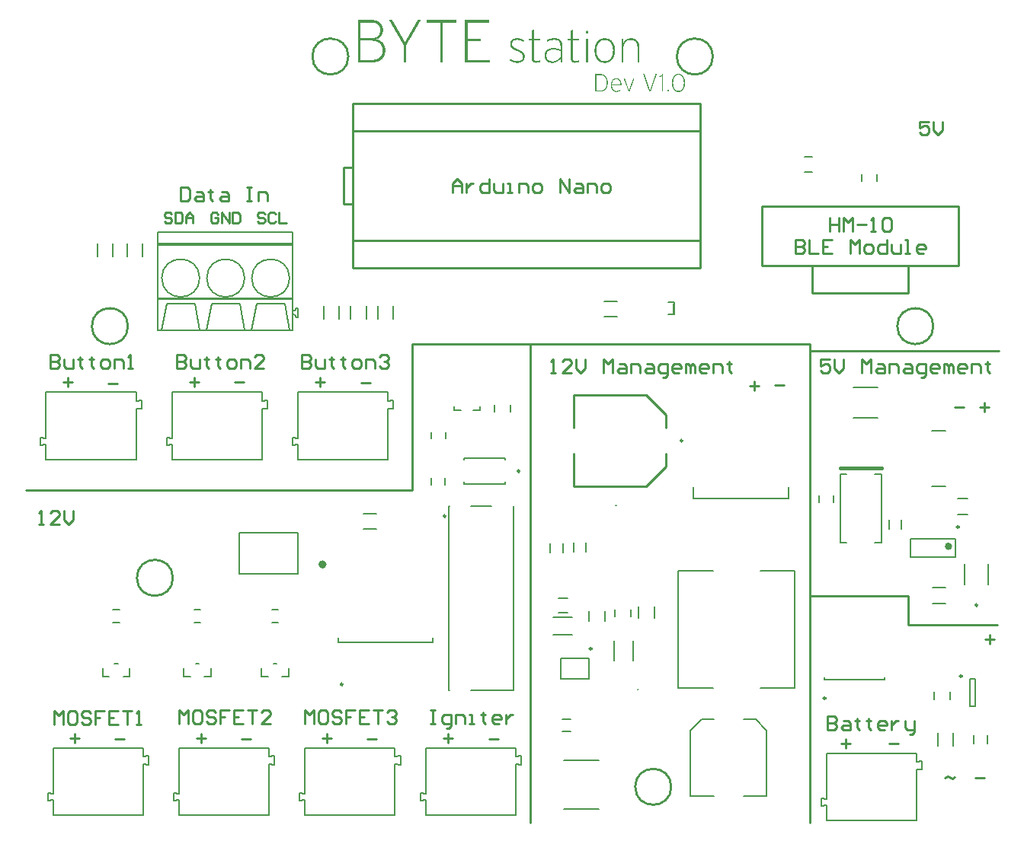
<source format=gto>
G04*
G04 #@! TF.GenerationSoftware,Altium Limited,Altium Designer,21.3.2 (30)*
G04*
G04 Layer_Color=65535*
%FSLAX44Y44*%
%MOMM*%
G71*
G04*
G04 #@! TF.SameCoordinates,D31877C3-2771-4543-B1C5-E2EF0DFC8C93*
G04*
G04*
G04 #@! TF.FilePolarity,Positive*
G04*
G01*
G75*
%ADD10C,0.2540*%
%ADD11C,0.2000*%
%ADD12C,0.2500*%
%ADD13C,0.4000*%
%ADD14C,0.5000*%
%ADD15C,0.1270*%
%ADD16R,0.2040X1.3000*%
G36*
X632983Y-51393D02*
X633306D01*
Y-51500D01*
X633521D01*
Y-51608D01*
X633628D01*
Y-51715D01*
X633844D01*
Y-51931D01*
X633951D01*
Y-52038D01*
X634059D01*
Y-52253D01*
X634166D01*
Y-52469D01*
X634274D01*
Y-53329D01*
X634166D01*
Y-53545D01*
X634059D01*
Y-53760D01*
X633951D01*
Y-53867D01*
X633844D01*
Y-53975D01*
X633736D01*
Y-54082D01*
X633628D01*
Y-54190D01*
X633521D01*
Y-54298D01*
X633306D01*
Y-54405D01*
X632983D01*
Y-54513D01*
X632337D01*
Y-54405D01*
X632122D01*
Y-54298D01*
X631799D01*
Y-54190D01*
X631692D01*
Y-54082D01*
X631584D01*
Y-53975D01*
X631477D01*
Y-53867D01*
X631369D01*
Y-53760D01*
X631261D01*
Y-53545D01*
X631154D01*
Y-53007D01*
X631046D01*
Y-52791D01*
X631154D01*
Y-52361D01*
Y-52253D01*
X631261D01*
Y-52038D01*
X631369D01*
Y-51931D01*
X631477D01*
Y-51823D01*
X631584D01*
Y-51715D01*
X631692D01*
Y-51608D01*
X631799D01*
Y-51500D01*
X632015D01*
Y-51393D01*
X632337D01*
Y-51285D01*
X632983D01*
Y-51393D01*
D02*
G37*
G36*
X556701Y-59892D02*
X557454D01*
Y-60000D01*
X557992D01*
Y-60108D01*
X558530D01*
Y-60215D01*
X558853D01*
Y-60323D01*
X559283D01*
Y-60430D01*
X559606D01*
Y-60538D01*
X559821D01*
Y-60646D01*
X560251D01*
Y-60753D01*
X560466D01*
Y-60861D01*
X560681D01*
Y-60968D01*
X560897D01*
Y-61076D01*
X561112D01*
Y-61184D01*
X561327D01*
Y-61291D01*
X561542D01*
Y-61399D01*
X561650D01*
Y-61506D01*
X561865D01*
Y-61614D01*
X562080D01*
Y-61722D01*
X562188D01*
Y-61829D01*
X562403D01*
Y-61937D01*
X562511D01*
Y-62044D01*
X562618D01*
Y-62152D01*
X562726D01*
Y-62259D01*
X562833D01*
Y-62582D01*
X562726D01*
Y-62690D01*
X562618D01*
Y-62797D01*
X562511D01*
Y-63013D01*
X562403D01*
Y-63120D01*
X562295D01*
Y-63228D01*
X562188D01*
Y-63335D01*
X562080D01*
Y-63551D01*
X561973D01*
Y-63658D01*
X561865D01*
Y-63766D01*
X561757D01*
Y-63873D01*
X561542D01*
Y-63766D01*
X561435D01*
Y-63658D01*
X561327D01*
Y-63551D01*
X561112D01*
Y-63443D01*
X560897D01*
Y-63335D01*
X560789D01*
Y-63228D01*
X560574D01*
Y-63120D01*
X560466D01*
Y-63013D01*
X560251D01*
Y-62905D01*
X560036D01*
Y-62797D01*
X559928D01*
Y-62690D01*
X559606D01*
Y-62582D01*
X559390D01*
Y-62475D01*
X559175D01*
Y-62367D01*
X558853D01*
Y-62259D01*
X558637D01*
Y-62152D01*
X558315D01*
Y-62044D01*
X557884D01*
Y-61937D01*
X557561D01*
Y-61829D01*
X556916D01*
Y-61722D01*
X555732D01*
Y-61614D01*
X554118D01*
Y-61722D01*
X553258D01*
Y-61829D01*
X552720D01*
Y-61937D01*
X552505D01*
Y-62044D01*
X552182D01*
Y-62152D01*
X551859D01*
Y-62259D01*
X551751D01*
Y-62367D01*
X551429D01*
Y-62475D01*
X551321D01*
Y-62582D01*
X551106D01*
Y-62690D01*
X550998D01*
Y-62797D01*
X550891D01*
Y-62905D01*
X550783D01*
Y-63013D01*
X550568D01*
Y-63228D01*
X550353D01*
Y-63443D01*
X550245D01*
Y-63551D01*
X550138D01*
Y-63658D01*
X550030D01*
Y-63873D01*
X549922D01*
Y-64089D01*
X549815D01*
Y-64196D01*
X549707D01*
Y-64519D01*
X549600D01*
Y-64842D01*
X549492D01*
Y-65272D01*
X549384D01*
Y-66778D01*
X549492D01*
Y-67316D01*
X549600D01*
Y-67639D01*
X549707D01*
Y-67962D01*
X549815D01*
Y-68069D01*
X549922D01*
Y-68285D01*
X550030D01*
Y-68500D01*
X550138D01*
Y-68607D01*
X550245D01*
Y-68715D01*
X550353D01*
Y-68930D01*
X550460D01*
Y-69038D01*
X550568D01*
Y-69145D01*
X550676D01*
Y-69253D01*
X550783D01*
Y-69360D01*
X550998D01*
Y-69468D01*
X551106D01*
Y-69576D01*
X551213D01*
Y-69683D01*
X551321D01*
Y-69791D01*
X551536D01*
Y-69898D01*
X551644D01*
Y-70006D01*
X551859D01*
Y-70114D01*
X551967D01*
Y-70221D01*
X552182D01*
Y-70329D01*
X552397D01*
Y-70436D01*
X552612D01*
Y-70544D01*
X552720D01*
Y-70652D01*
X552935D01*
Y-70759D01*
X553150D01*
Y-70867D01*
X553365D01*
Y-70974D01*
X553581D01*
Y-71082D01*
X553796D01*
Y-71189D01*
X554011D01*
Y-71297D01*
X554334D01*
Y-71405D01*
X554441D01*
Y-71512D01*
X554764D01*
Y-71620D01*
X554979D01*
Y-71727D01*
X555194D01*
Y-71835D01*
X555517D01*
Y-71943D01*
X555732D01*
Y-72050D01*
X555947D01*
Y-72158D01*
X556270D01*
Y-72265D01*
X556485D01*
Y-72373D01*
X556701D01*
Y-72481D01*
X556916D01*
Y-72588D01*
X557131D01*
Y-72696D01*
X557454D01*
Y-72803D01*
X557669D01*
Y-72911D01*
X557884D01*
Y-73018D01*
X558099D01*
Y-73126D01*
X558315D01*
Y-73234D01*
X558530D01*
Y-73341D01*
X558745D01*
Y-73449D01*
X558960D01*
Y-73556D01*
X559175D01*
Y-73664D01*
X559283D01*
Y-73772D01*
X559498D01*
Y-73879D01*
X559713D01*
Y-73987D01*
X559821D01*
Y-74095D01*
X560036D01*
Y-74202D01*
X560251D01*
Y-74310D01*
X560359D01*
Y-74417D01*
X560574D01*
Y-74525D01*
X560681D01*
Y-74632D01*
X560789D01*
Y-74740D01*
X561004D01*
Y-74848D01*
X561112D01*
Y-74955D01*
X561219D01*
Y-75063D01*
X561327D01*
Y-75170D01*
X561435D01*
Y-75278D01*
X561650D01*
Y-75386D01*
X561757D01*
Y-75601D01*
X561865D01*
Y-75708D01*
X561973D01*
Y-75816D01*
X562080D01*
Y-75924D01*
X562188D01*
Y-76031D01*
X562295D01*
Y-76246D01*
X562403D01*
Y-76354D01*
X562511D01*
Y-76462D01*
X562618D01*
Y-76677D01*
X562726D01*
Y-76892D01*
X562833D01*
Y-77107D01*
X562941D01*
Y-77322D01*
X563049D01*
Y-77537D01*
X563156D01*
Y-77968D01*
X563264D01*
Y-78398D01*
X563371D01*
Y-78936D01*
X563479D01*
Y-81303D01*
X563371D01*
Y-81841D01*
X563264D01*
Y-82164D01*
X563156D01*
Y-82594D01*
X563049D01*
Y-82809D01*
X562941D01*
Y-83132D01*
X562833D01*
Y-83347D01*
X562726D01*
Y-83455D01*
X562618D01*
Y-83778D01*
X562511D01*
Y-83885D01*
X562403D01*
Y-83993D01*
X562295D01*
Y-84208D01*
X562188D01*
Y-84316D01*
X562080D01*
Y-84423D01*
X561973D01*
Y-84638D01*
X561865D01*
Y-84746D01*
X561757D01*
Y-84854D01*
X561650D01*
Y-84961D01*
X561542D01*
Y-85069D01*
X561327D01*
Y-85176D01*
X561219D01*
Y-85284D01*
X561112D01*
Y-85392D01*
X561004D01*
Y-85499D01*
X560897D01*
Y-85607D01*
X560681D01*
Y-85714D01*
X560574D01*
Y-85822D01*
X560359D01*
Y-85929D01*
X560144D01*
Y-86037D01*
X559928D01*
Y-86145D01*
X559713D01*
Y-86252D01*
X559498D01*
Y-86360D01*
X559283D01*
Y-86468D01*
X558960D01*
Y-86575D01*
X558745D01*
Y-86683D01*
X558315D01*
Y-86790D01*
X557776D01*
Y-86898D01*
X557454D01*
Y-87005D01*
X556701D01*
Y-87113D01*
X555410D01*
Y-87221D01*
X554334D01*
Y-87113D01*
X553150D01*
Y-87005D01*
X552397D01*
Y-86898D01*
X551967D01*
Y-86790D01*
X551429D01*
Y-86683D01*
X551106D01*
Y-86575D01*
X550783D01*
Y-86468D01*
X550460D01*
Y-86360D01*
X550138D01*
Y-86252D01*
X549922D01*
Y-86145D01*
X549707D01*
Y-86037D01*
X549492D01*
Y-85929D01*
X549169D01*
Y-85822D01*
X548954D01*
Y-85714D01*
X548847D01*
Y-85607D01*
X548631D01*
Y-85499D01*
X548416D01*
Y-85392D01*
X548308D01*
Y-85284D01*
X548093D01*
Y-85176D01*
X547878D01*
Y-85069D01*
X547771D01*
Y-84961D01*
X547555D01*
Y-84854D01*
X547448D01*
Y-84746D01*
X547233D01*
Y-84638D01*
X547125D01*
Y-84531D01*
X547017D01*
Y-84423D01*
X546802D01*
Y-84316D01*
X546695D01*
Y-84208D01*
X546587D01*
Y-83885D01*
X546695D01*
Y-83778D01*
X546802D01*
Y-83670D01*
X546910D01*
Y-83562D01*
X547017D01*
Y-83347D01*
X547125D01*
Y-83240D01*
X547233D01*
Y-83132D01*
X547340D01*
Y-82917D01*
X547448D01*
Y-82809D01*
X547555D01*
Y-82702D01*
X547663D01*
Y-82594D01*
X547878D01*
Y-82702D01*
X547986D01*
Y-82809D01*
X548093D01*
Y-82917D01*
X548201D01*
Y-83025D01*
X548416D01*
Y-83132D01*
X548524D01*
Y-83240D01*
X548739D01*
Y-83347D01*
X548847D01*
Y-83455D01*
X548954D01*
Y-83562D01*
X549169D01*
Y-83670D01*
X549384D01*
Y-83778D01*
X549492D01*
Y-83885D01*
X549707D01*
Y-83993D01*
X549922D01*
Y-84101D01*
X550138D01*
Y-84208D01*
X550353D01*
Y-84316D01*
X550568D01*
Y-84423D01*
X550891D01*
Y-84531D01*
X551106D01*
Y-84638D01*
X551321D01*
Y-84746D01*
X551751D01*
Y-84854D01*
X552074D01*
Y-84961D01*
X552505D01*
Y-85069D01*
X553150D01*
Y-85176D01*
X553688D01*
Y-85284D01*
X556378D01*
Y-85176D01*
X556916D01*
Y-85069D01*
X557561D01*
Y-84961D01*
X557884D01*
Y-84854D01*
X558207D01*
Y-84746D01*
X558530D01*
Y-84638D01*
X558637D01*
Y-84531D01*
X558960D01*
Y-84423D01*
X559175D01*
Y-84316D01*
X559283D01*
Y-84208D01*
X559498D01*
Y-84101D01*
X559606D01*
Y-83993D01*
X559713D01*
Y-83885D01*
X559928D01*
Y-83778D01*
X560036D01*
Y-83670D01*
X560144D01*
Y-83562D01*
X560251D01*
Y-83455D01*
X560359D01*
Y-83240D01*
X560466D01*
Y-83132D01*
X560574D01*
Y-83025D01*
X560681D01*
Y-82809D01*
X560789D01*
Y-82702D01*
X560897D01*
Y-82379D01*
X561004D01*
Y-82164D01*
X561112D01*
Y-81949D01*
X561219D01*
Y-81411D01*
X561327D01*
Y-80980D01*
X561435D01*
Y-79474D01*
X561327D01*
Y-79044D01*
X561219D01*
Y-78613D01*
X561112D01*
Y-78291D01*
X561004D01*
Y-78075D01*
X560897D01*
Y-77860D01*
X560789D01*
Y-77753D01*
X560681D01*
Y-77537D01*
X560574D01*
Y-77430D01*
X560466D01*
Y-77322D01*
X560359D01*
Y-77215D01*
X560251D01*
Y-76999D01*
X560144D01*
Y-76892D01*
X560036D01*
Y-76784D01*
X559821D01*
Y-76677D01*
X559713D01*
Y-76569D01*
X559606D01*
Y-76462D01*
X559498D01*
Y-76354D01*
X559390D01*
Y-76246D01*
X559175D01*
Y-76139D01*
X559068D01*
Y-76031D01*
X558853D01*
Y-75924D01*
X558745D01*
Y-75816D01*
X558530D01*
Y-75708D01*
X558422D01*
Y-75601D01*
X558207D01*
Y-75493D01*
X557992D01*
Y-75386D01*
X557884D01*
Y-75278D01*
X557561D01*
Y-75170D01*
X557454D01*
Y-75063D01*
X557239D01*
Y-74955D01*
X557023D01*
Y-74848D01*
X556808D01*
Y-74740D01*
X556593D01*
Y-74632D01*
X556270D01*
Y-74525D01*
X556163D01*
Y-74417D01*
X555840D01*
Y-74310D01*
X555625D01*
Y-74202D01*
X555410D01*
Y-74095D01*
X555194D01*
Y-73987D01*
X554979D01*
Y-73879D01*
X554656D01*
Y-73772D01*
X554441D01*
Y-73664D01*
X554226D01*
Y-73556D01*
X553903D01*
Y-73449D01*
X553688D01*
Y-73341D01*
X553473D01*
Y-73234D01*
X553150D01*
Y-73126D01*
X553042D01*
Y-73018D01*
X552720D01*
Y-72911D01*
X552505D01*
Y-72803D01*
X552289D01*
Y-72696D01*
X552074D01*
Y-72588D01*
X551859D01*
Y-72481D01*
X551644D01*
Y-72373D01*
X551429D01*
Y-72265D01*
X551321D01*
Y-72158D01*
X551106D01*
Y-72050D01*
X550891D01*
Y-71943D01*
X550676D01*
Y-71835D01*
X550568D01*
Y-71727D01*
X550353D01*
Y-71620D01*
X550245D01*
Y-71512D01*
X550030D01*
Y-71405D01*
X549922D01*
Y-71297D01*
X549707D01*
Y-71189D01*
X549600D01*
Y-71082D01*
X549492D01*
Y-70974D01*
X549277D01*
Y-70867D01*
X549169D01*
Y-70759D01*
X549062D01*
Y-70652D01*
X548954D01*
Y-70544D01*
X548847D01*
Y-70436D01*
X548739D01*
Y-70329D01*
X548631D01*
Y-70221D01*
X548524D01*
Y-70006D01*
X548416D01*
Y-69898D01*
X548308D01*
Y-69791D01*
X548201D01*
Y-69576D01*
X548093D01*
Y-69468D01*
X547986D01*
Y-69253D01*
X547878D01*
Y-69038D01*
X547771D01*
Y-68822D01*
X547663D01*
Y-68500D01*
X547555D01*
Y-68177D01*
X547448D01*
Y-67639D01*
X547340D01*
Y-66886D01*
X547233D01*
Y-65380D01*
X547340D01*
Y-64842D01*
X547448D01*
Y-64304D01*
X547555D01*
Y-64089D01*
X547663D01*
Y-63766D01*
X547771D01*
Y-63551D01*
X547878D01*
Y-63335D01*
X547986D01*
Y-63120D01*
X548093D01*
Y-62905D01*
X548201D01*
Y-62797D01*
X548308D01*
Y-62582D01*
X548416D01*
Y-62475D01*
X548524D01*
Y-62367D01*
X548631D01*
Y-62259D01*
X548739D01*
Y-62152D01*
X548847D01*
Y-61937D01*
X548954D01*
Y-61829D01*
X549169D01*
Y-61722D01*
X549277D01*
Y-61614D01*
X549384D01*
Y-61506D01*
X549492D01*
Y-61399D01*
X549600D01*
Y-61291D01*
X549815D01*
Y-61184D01*
X549922D01*
Y-61076D01*
X550030D01*
Y-60968D01*
X550245D01*
Y-60861D01*
X550460D01*
Y-60753D01*
X550676D01*
Y-60646D01*
X550891D01*
Y-60538D01*
X551106D01*
Y-60430D01*
X551321D01*
Y-60323D01*
X551644D01*
Y-60215D01*
X551967D01*
Y-60108D01*
X552397D01*
Y-60000D01*
X552827D01*
Y-59892D01*
X553473D01*
Y-59785D01*
X556701D01*
Y-59892D01*
D02*
G37*
G36*
X447926Y-39665D02*
X447818D01*
Y-39880D01*
X447711D01*
Y-40096D01*
X447603D01*
Y-40311D01*
X447495D01*
Y-40418D01*
X447388D01*
Y-40634D01*
X447280D01*
Y-40849D01*
X447173D01*
Y-40956D01*
X447065D01*
Y-41171D01*
X446957D01*
Y-41387D01*
X446850D01*
Y-41494D01*
X446742D01*
Y-41709D01*
X446635D01*
Y-41925D01*
X446527D01*
Y-42140D01*
X446419D01*
Y-42355D01*
X446312D01*
Y-42463D01*
X446204D01*
Y-42678D01*
X446097D01*
Y-42893D01*
X445989D01*
Y-43001D01*
X445882D01*
Y-43216D01*
X445774D01*
Y-43431D01*
X445666D01*
Y-43538D01*
X445559D01*
Y-43754D01*
X445451D01*
Y-43969D01*
X445344D01*
Y-44184D01*
X445236D01*
Y-44399D01*
X445128D01*
Y-44507D01*
X445021D01*
Y-44722D01*
X444913D01*
Y-44937D01*
X444806D01*
Y-45045D01*
X444698D01*
Y-45260D01*
X444590D01*
Y-45475D01*
X444483D01*
Y-45583D01*
X444375D01*
Y-45798D01*
X444268D01*
Y-46013D01*
X444160D01*
Y-46228D01*
X444053D01*
Y-46336D01*
X443945D01*
Y-46551D01*
X443837D01*
Y-46766D01*
X443730D01*
Y-46982D01*
X443622D01*
Y-47089D01*
X443515D01*
Y-47304D01*
X443407D01*
Y-47519D01*
X443299D01*
Y-47627D01*
X443192D01*
Y-47842D01*
X443084D01*
Y-48057D01*
X442977D01*
Y-48273D01*
X442869D01*
Y-48380D01*
X442761D01*
Y-48595D01*
X442654D01*
Y-48811D01*
X442546D01*
Y-48918D01*
X442439D01*
Y-49133D01*
X442331D01*
Y-49349D01*
X442223D01*
Y-49564D01*
X442116D01*
Y-49779D01*
X442008D01*
Y-49886D01*
X441901D01*
Y-50102D01*
X441793D01*
Y-50317D01*
X441685D01*
Y-50424D01*
X441578D01*
Y-50640D01*
X441470D01*
Y-50855D01*
X441363D01*
Y-50962D01*
X441255D01*
Y-51178D01*
X441147D01*
Y-51393D01*
X441040D01*
Y-51608D01*
X440932D01*
Y-51823D01*
X440825D01*
Y-51931D01*
X440717D01*
Y-52146D01*
X440610D01*
Y-52361D01*
X440502D01*
Y-52469D01*
X440394D01*
Y-52684D01*
X440287D01*
Y-52899D01*
X440179D01*
Y-53007D01*
X440072D01*
Y-53222D01*
X439964D01*
Y-53437D01*
X439856D01*
Y-53652D01*
X439749D01*
Y-53760D01*
X439641D01*
Y-53975D01*
X439534D01*
Y-54190D01*
X439426D01*
Y-54405D01*
X439319D01*
Y-54513D01*
X439211D01*
Y-54728D01*
X439103D01*
Y-54943D01*
X438996D01*
Y-55051D01*
X438888D01*
Y-55266D01*
X438781D01*
Y-55481D01*
X438673D01*
Y-55696D01*
X438565D01*
Y-55804D01*
X438458D01*
Y-56019D01*
X438350D01*
Y-56234D01*
X438243D01*
Y-56342D01*
X438135D01*
Y-56557D01*
X438027D01*
Y-56772D01*
X437920D01*
Y-56880D01*
X437812D01*
Y-57203D01*
X437705D01*
Y-57310D01*
X437597D01*
Y-57525D01*
X437489D01*
Y-57741D01*
X437382D01*
Y-57848D01*
X437274D01*
Y-58063D01*
X437167D01*
Y-58278D01*
X437059D01*
Y-58386D01*
X436951D01*
Y-58601D01*
X436844D01*
Y-58816D01*
X436736D01*
Y-59032D01*
X436629D01*
Y-59247D01*
X436521D01*
Y-59355D01*
X436413D01*
Y-59570D01*
X436306D01*
Y-59785D01*
X436198D01*
Y-59892D01*
X436091D01*
Y-60108D01*
X435983D01*
Y-60323D01*
X435876D01*
Y-60430D01*
X435768D01*
Y-60646D01*
X435660D01*
Y-60861D01*
X435553D01*
Y-61076D01*
X435445D01*
Y-61184D01*
X435338D01*
Y-61399D01*
X435230D01*
Y-61614D01*
X435122D01*
Y-61829D01*
X435015D01*
Y-61937D01*
X434907D01*
Y-62152D01*
X434800D01*
Y-62259D01*
X434692D01*
Y-62475D01*
X434584D01*
Y-62690D01*
X434477D01*
Y-62905D01*
X434369D01*
Y-63120D01*
X434262D01*
Y-63228D01*
X434154D01*
Y-63443D01*
X434047D01*
Y-63658D01*
X433939D01*
Y-63766D01*
X433831D01*
Y-63981D01*
X433724D01*
Y-64196D01*
X433616D01*
Y-64304D01*
X433509D01*
Y-64519D01*
X433401D01*
Y-64734D01*
X433293D01*
Y-64949D01*
X433186D01*
Y-65164D01*
X433078D01*
Y-65272D01*
X432971D01*
Y-65487D01*
X432863D01*
Y-65702D01*
X432755D01*
Y-65810D01*
X432648D01*
Y-66025D01*
X432540D01*
Y-66240D01*
X432433D01*
Y-66348D01*
X432325D01*
Y-66671D01*
X432217D01*
Y-66778D01*
X432110D01*
Y-66993D01*
X432002D01*
Y-67209D01*
X431895D01*
Y-86575D01*
X431787D01*
Y-86683D01*
X428882D01*
Y-67316D01*
X428774D01*
Y-67101D01*
X428667D01*
Y-66886D01*
X428559D01*
Y-66671D01*
X428452D01*
Y-66563D01*
X428344D01*
Y-66348D01*
X428237D01*
Y-66133D01*
X428129D01*
Y-66025D01*
X428021D01*
Y-65810D01*
X427914D01*
Y-65595D01*
X427806D01*
Y-65380D01*
X427699D01*
Y-65272D01*
X427591D01*
Y-65057D01*
X427483D01*
Y-64842D01*
X427376D01*
Y-64734D01*
X427268D01*
Y-64519D01*
X427161D01*
Y-64304D01*
X427053D01*
Y-64089D01*
X426945D01*
Y-63873D01*
X426838D01*
Y-63766D01*
X426730D01*
Y-63551D01*
X426623D01*
Y-63335D01*
X426515D01*
Y-63228D01*
X426408D01*
Y-63013D01*
X426300D01*
Y-62797D01*
X426192D01*
Y-62582D01*
X426085D01*
Y-62367D01*
X425977D01*
Y-62259D01*
X425869D01*
Y-62044D01*
X425762D01*
Y-61829D01*
X425654D01*
Y-61722D01*
X425547D01*
Y-61506D01*
X425439D01*
Y-61291D01*
X425332D01*
Y-61184D01*
X425224D01*
Y-60968D01*
X425116D01*
Y-60753D01*
X425009D01*
Y-60538D01*
X424901D01*
Y-60323D01*
X424794D01*
Y-60215D01*
X424686D01*
Y-60000D01*
X424578D01*
Y-59785D01*
X424471D01*
Y-59677D01*
X424363D01*
Y-59462D01*
X424256D01*
Y-59247D01*
X424148D01*
Y-59139D01*
X424040D01*
Y-58816D01*
X423933D01*
Y-58709D01*
X423825D01*
Y-58494D01*
X423718D01*
Y-58278D01*
X423610D01*
Y-58171D01*
X423503D01*
Y-57956D01*
X423395D01*
Y-57741D01*
X423287D01*
Y-57633D01*
X423180D01*
Y-57418D01*
X423072D01*
Y-57203D01*
X422965D01*
Y-56988D01*
X422857D01*
Y-56772D01*
X422749D01*
Y-56665D01*
X422642D01*
Y-56449D01*
X422534D01*
Y-56234D01*
X422427D01*
Y-56127D01*
X422319D01*
Y-55911D01*
X422211D01*
Y-55696D01*
X422104D01*
Y-55481D01*
X421996D01*
Y-55266D01*
X421889D01*
Y-55158D01*
X421781D01*
Y-54943D01*
X421674D01*
Y-54728D01*
X421566D01*
Y-54620D01*
X421458D01*
Y-54405D01*
X421351D01*
Y-54190D01*
X421243D01*
Y-53975D01*
X421135D01*
Y-53867D01*
X421028D01*
Y-53652D01*
X420920D01*
Y-53437D01*
X420813D01*
Y-53222D01*
X420705D01*
Y-53114D01*
X420598D01*
Y-52899D01*
X420490D01*
Y-52684D01*
X420382D01*
Y-52576D01*
X420275D01*
Y-52361D01*
X420167D01*
Y-52146D01*
X420060D01*
Y-51931D01*
X419952D01*
Y-51823D01*
X419844D01*
Y-51608D01*
X419737D01*
Y-51393D01*
X419629D01*
Y-51285D01*
X419522D01*
Y-51070D01*
X419414D01*
Y-50855D01*
X419306D01*
Y-50640D01*
X419199D01*
Y-50424D01*
X419091D01*
Y-50317D01*
X418984D01*
Y-50102D01*
X418876D01*
Y-49886D01*
X418769D01*
Y-49779D01*
X418661D01*
Y-49564D01*
X418553D01*
Y-49349D01*
X418446D01*
Y-49241D01*
X418338D01*
Y-49026D01*
X418231D01*
Y-48811D01*
X418123D01*
Y-48595D01*
X418015D01*
Y-48380D01*
X417908D01*
Y-48273D01*
X417800D01*
Y-48057D01*
X417693D01*
Y-47842D01*
X417585D01*
Y-47735D01*
X417477D01*
Y-47519D01*
X417370D01*
Y-47304D01*
X417262D01*
Y-47089D01*
X417155D01*
Y-46874D01*
X417047D01*
Y-46766D01*
X416940D01*
Y-46551D01*
X416832D01*
Y-46336D01*
X416724D01*
Y-46228D01*
X416617D01*
Y-46013D01*
X416509D01*
Y-45798D01*
X416401D01*
Y-45690D01*
X416294D01*
Y-45368D01*
X416186D01*
Y-45260D01*
X416079D01*
Y-45045D01*
X415971D01*
Y-44830D01*
X415864D01*
Y-44722D01*
X415756D01*
Y-44507D01*
X415648D01*
Y-44292D01*
X415541D01*
Y-44184D01*
X415433D01*
Y-43969D01*
X415326D01*
Y-43754D01*
X415218D01*
Y-43538D01*
X415110D01*
Y-43323D01*
X415003D01*
Y-43216D01*
X414895D01*
Y-43001D01*
X414788D01*
Y-42785D01*
X414680D01*
Y-42678D01*
X414572D01*
Y-42463D01*
X414465D01*
Y-42247D01*
X414357D01*
Y-42032D01*
X414250D01*
Y-41817D01*
X414142D01*
Y-41709D01*
X414035D01*
Y-41494D01*
X413927D01*
Y-41279D01*
X413819D01*
Y-41171D01*
X413712D01*
Y-40956D01*
X413604D01*
Y-40741D01*
X413497D01*
Y-40634D01*
X413389D01*
Y-40418D01*
X413281D01*
Y-40203D01*
X413174D01*
Y-39988D01*
X413066D01*
Y-39773D01*
X412959D01*
Y-39665D01*
X412851D01*
Y-39450D01*
X416294D01*
Y-39558D01*
X416401D01*
Y-39773D01*
X416509D01*
Y-39988D01*
X416617D01*
Y-40203D01*
X416724D01*
Y-40311D01*
X416832D01*
Y-40526D01*
X416940D01*
Y-40741D01*
X417047D01*
Y-40849D01*
X417155D01*
Y-41064D01*
X417262D01*
Y-41279D01*
X417370D01*
Y-41494D01*
X417477D01*
Y-41709D01*
X417585D01*
Y-41817D01*
X417693D01*
Y-42032D01*
X417800D01*
Y-42247D01*
X417908D01*
Y-42355D01*
X418015D01*
Y-42570D01*
X418123D01*
Y-42678D01*
Y-42785D01*
X418231D01*
Y-43001D01*
X418338D01*
Y-43216D01*
X418446D01*
Y-43323D01*
X418553D01*
Y-43538D01*
X418661D01*
Y-43754D01*
X418769D01*
Y-43861D01*
X418876D01*
Y-44076D01*
X418984D01*
Y-44292D01*
X419091D01*
Y-44507D01*
X419199D01*
Y-44722D01*
X419306D01*
Y-44830D01*
X419414D01*
Y-45045D01*
X419522D01*
Y-45260D01*
X419629D01*
Y-45368D01*
X419737D01*
Y-45583D01*
X419844D01*
Y-45798D01*
X419952D01*
Y-45905D01*
X420060D01*
Y-46121D01*
X420167D01*
Y-46336D01*
X420275D01*
Y-46551D01*
X420382D01*
Y-46766D01*
X420490D01*
Y-46874D01*
X420598D01*
Y-47089D01*
X420705D01*
Y-47197D01*
X420813D01*
Y-47412D01*
X420920D01*
Y-47627D01*
X421028D01*
Y-47842D01*
X421135D01*
Y-48057D01*
X421243D01*
Y-48165D01*
X421351D01*
Y-48380D01*
X421458D01*
Y-48595D01*
X421566D01*
Y-48811D01*
X421674D01*
Y-48918D01*
X421781D01*
Y-49133D01*
X421889D01*
Y-49349D01*
X421996D01*
Y-49564D01*
X422104D01*
Y-49671D01*
X422211D01*
Y-49886D01*
X422319D01*
Y-50102D01*
X422427D01*
Y-50317D01*
X422534D01*
Y-50424D01*
X422642D01*
Y-50640D01*
X422749D01*
Y-50855D01*
X422857D01*
Y-51070D01*
X422965D01*
Y-51178D01*
X423072D01*
Y-51393D01*
X423180D01*
Y-51608D01*
X423287D01*
Y-51715D01*
X423395D01*
Y-51931D01*
X423503D01*
Y-52146D01*
X423610D01*
Y-52361D01*
X423718D01*
Y-52576D01*
X423825D01*
Y-52684D01*
X423933D01*
Y-52899D01*
X424040D01*
Y-53114D01*
X424148D01*
Y-53222D01*
X424256D01*
Y-53437D01*
X424363D01*
Y-53652D01*
X424471D01*
Y-53760D01*
X424578D01*
Y-54082D01*
X424686D01*
Y-54190D01*
X424794D01*
Y-54405D01*
X424901D01*
Y-54620D01*
X425009D01*
Y-54728D01*
X425116D01*
Y-54943D01*
X425224D01*
Y-55158D01*
X425332D01*
Y-55266D01*
X425439D01*
Y-55589D01*
X425547D01*
Y-55696D01*
X425654D01*
Y-55911D01*
X425762D01*
Y-56127D01*
X425869D01*
Y-56234D01*
X425977D01*
Y-56449D01*
X426085D01*
Y-56665D01*
X426192D01*
Y-56772D01*
X426300D01*
Y-56988D01*
X426408D01*
Y-57203D01*
X426515D01*
Y-57418D01*
X426623D01*
Y-57633D01*
X426730D01*
Y-57741D01*
X426838D01*
Y-57956D01*
X426945D01*
Y-58171D01*
X427053D01*
Y-58278D01*
X427161D01*
Y-58494D01*
X427268D01*
Y-58709D01*
X427376D01*
Y-58924D01*
X427483D01*
Y-59139D01*
X427591D01*
Y-59247D01*
X427699D01*
Y-59462D01*
X427806D01*
Y-59677D01*
X427914D01*
Y-59785D01*
X428021D01*
Y-60000D01*
X428129D01*
Y-60215D01*
X428237D01*
Y-60430D01*
X428344D01*
Y-60646D01*
X428452D01*
Y-60753D01*
X428559D01*
Y-60968D01*
X428667D01*
Y-61184D01*
X428774D01*
Y-61291D01*
X428882D01*
Y-61506D01*
X428990D01*
Y-61722D01*
X429097D01*
Y-61829D01*
X429205D01*
Y-62152D01*
X429313D01*
Y-62259D01*
X429420D01*
Y-62475D01*
X429528D01*
Y-62690D01*
X429635D01*
Y-62797D01*
X429743D01*
Y-63013D01*
X429850D01*
Y-63228D01*
X429958D01*
Y-63335D01*
X430066D01*
Y-63658D01*
X430173D01*
Y-63766D01*
X430281D01*
Y-63981D01*
X430388D01*
Y-64089D01*
X430496D01*
Y-63981D01*
X430604D01*
Y-63766D01*
X430711D01*
Y-63551D01*
X430819D01*
Y-63443D01*
X430926D01*
Y-63228D01*
X431034D01*
Y-63013D01*
X431142D01*
Y-62797D01*
X431249D01*
Y-62582D01*
X431357D01*
Y-62475D01*
X431464D01*
Y-62259D01*
X431572D01*
Y-62044D01*
X431679D01*
Y-61937D01*
X431787D01*
Y-61722D01*
X431895D01*
Y-61506D01*
X432002D01*
Y-61291D01*
X432110D01*
Y-61076D01*
X432217D01*
Y-60968D01*
X432325D01*
Y-60753D01*
X432433D01*
Y-60538D01*
X432540D01*
Y-60430D01*
X432648D01*
Y-60215D01*
X432755D01*
Y-60000D01*
X432863D01*
Y-59785D01*
X432971D01*
Y-59570D01*
X433078D01*
Y-59462D01*
X433186D01*
Y-59247D01*
X433293D01*
Y-59032D01*
X433401D01*
Y-58924D01*
X433509D01*
Y-58709D01*
X433616D01*
Y-58494D01*
X433724D01*
Y-58386D01*
X433831D01*
Y-58063D01*
X433939D01*
Y-57956D01*
X434047D01*
Y-57741D01*
X434154D01*
Y-57525D01*
X434262D01*
Y-57418D01*
X434369D01*
Y-57203D01*
X434477D01*
Y-56988D01*
X434584D01*
Y-56880D01*
X434692D01*
Y-56665D01*
X434800D01*
Y-56449D01*
X434907D01*
Y-56234D01*
X435015D01*
Y-56019D01*
X435122D01*
Y-55911D01*
X435230D01*
Y-55696D01*
X435338D01*
Y-55481D01*
X435445D01*
Y-55374D01*
X435553D01*
Y-55158D01*
X435660D01*
Y-54943D01*
X435768D01*
Y-54728D01*
X435876D01*
Y-54513D01*
X435983D01*
Y-54405D01*
X436091D01*
Y-54190D01*
X436198D01*
Y-53975D01*
X436306D01*
Y-53867D01*
X436413D01*
Y-53652D01*
X436521D01*
Y-53437D01*
X436629D01*
Y-53222D01*
X436736D01*
Y-53114D01*
X436844D01*
Y-52899D01*
X436951D01*
Y-52684D01*
X437059D01*
Y-52469D01*
X437167D01*
Y-52361D01*
X437274D01*
Y-52146D01*
X437382D01*
Y-51931D01*
X437489D01*
Y-51715D01*
X437597D01*
Y-51500D01*
X437705D01*
Y-51393D01*
X437812D01*
Y-51178D01*
X437920D01*
Y-51070D01*
X438027D01*
Y-50855D01*
X438135D01*
Y-50640D01*
X438243D01*
Y-50424D01*
X438350D01*
Y-50209D01*
X438458D01*
Y-50102D01*
X438565D01*
Y-49886D01*
X438673D01*
Y-49671D01*
X438781D01*
Y-49564D01*
X438888D01*
Y-49349D01*
X438996D01*
Y-49133D01*
X439103D01*
Y-48918D01*
X439211D01*
Y-48703D01*
X439319D01*
Y-48595D01*
X439426D01*
Y-48380D01*
X439534D01*
Y-48165D01*
X439641D01*
Y-48057D01*
X439749D01*
Y-47842D01*
X439856D01*
Y-47627D01*
X439964D01*
Y-47519D01*
X440072D01*
Y-47304D01*
X440179D01*
Y-47089D01*
X440287D01*
Y-46874D01*
X440394D01*
Y-46659D01*
X440502D01*
Y-46551D01*
X440610D01*
Y-46336D01*
X440717D01*
Y-46121D01*
X440825D01*
Y-46013D01*
X440932D01*
Y-45798D01*
X441040D01*
Y-45583D01*
X441147D01*
Y-45368D01*
X441255D01*
Y-45152D01*
X441363D01*
Y-45045D01*
X441470D01*
Y-44830D01*
X441578D01*
Y-44615D01*
X441685D01*
Y-44507D01*
X441793D01*
Y-44292D01*
X441901D01*
Y-44076D01*
X442008D01*
Y-43861D01*
X442116D01*
Y-43646D01*
X442223D01*
Y-43538D01*
X442331D01*
Y-43323D01*
X442439D01*
Y-43108D01*
X442546D01*
Y-43001D01*
X442654D01*
Y-42785D01*
X442761D01*
Y-42570D01*
X442869D01*
Y-42355D01*
X442977D01*
Y-42140D01*
X443084D01*
Y-42032D01*
X443192D01*
Y-41817D01*
X443299D01*
Y-41602D01*
X443407D01*
Y-41494D01*
X443515D01*
Y-41279D01*
X443622D01*
Y-41064D01*
X443730D01*
Y-40956D01*
X443837D01*
Y-40634D01*
X443945D01*
Y-40526D01*
X444053D01*
Y-40311D01*
X444160D01*
Y-40096D01*
X444268D01*
Y-39988D01*
X444375D01*
Y-39773D01*
X444483D01*
Y-39558D01*
X444590D01*
Y-39450D01*
X447926D01*
Y-39665D01*
D02*
G37*
G36*
X683336Y-59892D02*
X683981D01*
Y-60000D01*
X684411D01*
Y-60108D01*
X684949D01*
Y-60215D01*
X685165D01*
Y-60323D01*
X685595D01*
Y-60430D01*
X685810D01*
Y-60538D01*
X686025D01*
Y-60646D01*
X686348D01*
Y-60753D01*
X686456D01*
Y-60861D01*
X686671D01*
Y-60968D01*
X686886D01*
Y-61076D01*
X686994D01*
Y-61184D01*
X687209D01*
Y-61291D01*
X687424D01*
Y-61399D01*
X687532D01*
Y-61506D01*
X687639D01*
Y-61614D01*
X687747D01*
Y-61722D01*
X687962D01*
Y-61829D01*
X688070D01*
Y-61937D01*
X688177D01*
Y-62044D01*
X688285D01*
Y-62152D01*
X688392D01*
Y-62259D01*
X688500D01*
Y-62367D01*
X688608D01*
Y-62582D01*
X688715D01*
Y-62690D01*
X688823D01*
Y-62797D01*
X688930D01*
Y-62905D01*
X689038D01*
Y-63013D01*
X689146D01*
Y-63228D01*
X689253D01*
Y-63335D01*
X689361D01*
Y-63551D01*
X689468D01*
Y-63766D01*
X689576D01*
Y-63873D01*
X689684D01*
Y-64196D01*
X689791D01*
Y-64411D01*
X689899D01*
Y-64626D01*
X690006D01*
Y-64842D01*
X690114D01*
Y-65057D01*
X690221D01*
Y-65487D01*
X690329D01*
Y-65810D01*
X690437D01*
Y-66133D01*
X690544D01*
Y-66671D01*
X690652D01*
Y-67101D01*
X690759D01*
Y-67639D01*
X690867D01*
Y-68822D01*
X690975D01*
Y-75278D01*
Y-75386D01*
Y-86360D01*
X691082D01*
Y-86575D01*
X690975D01*
Y-86683D01*
X688823D01*
Y-69253D01*
X688715D01*
Y-68500D01*
X688608D01*
Y-67747D01*
X688500D01*
Y-67316D01*
X688392D01*
Y-66886D01*
X688285D01*
Y-66455D01*
X688177D01*
Y-66240D01*
X688070D01*
Y-65918D01*
X687962D01*
Y-65595D01*
X687854D01*
Y-65380D01*
X687747D01*
Y-65164D01*
X687639D01*
Y-64949D01*
X687532D01*
Y-64842D01*
X687424D01*
Y-64626D01*
X687317D01*
Y-64411D01*
X687209D01*
Y-64304D01*
X687101D01*
Y-64196D01*
X686994D01*
Y-63981D01*
X686886D01*
Y-63873D01*
X686778D01*
Y-63766D01*
X686671D01*
Y-63658D01*
X686563D01*
Y-63551D01*
X686456D01*
Y-63443D01*
X686348D01*
Y-63335D01*
X686241D01*
Y-63228D01*
X686133D01*
Y-63120D01*
X685918D01*
Y-63013D01*
X685810D01*
Y-62905D01*
X685703D01*
Y-62797D01*
X685488D01*
Y-62690D01*
X685272D01*
Y-62582D01*
X685165D01*
Y-62475D01*
X684949D01*
Y-62367D01*
X684627D01*
Y-62259D01*
X684411D01*
Y-62152D01*
X684196D01*
Y-62044D01*
X683766D01*
Y-61937D01*
X683443D01*
Y-61829D01*
X682798D01*
Y-61722D01*
X679785D01*
Y-61829D01*
X679247D01*
Y-61937D01*
X678924D01*
Y-62044D01*
X678494D01*
Y-62152D01*
X678171D01*
Y-62259D01*
X677956D01*
Y-62367D01*
X677633D01*
Y-62475D01*
X677418D01*
Y-62582D01*
X677203D01*
Y-62690D01*
X676988D01*
Y-62797D01*
X676880D01*
Y-62905D01*
X676665D01*
Y-63013D01*
X676557D01*
Y-63120D01*
X676450D01*
Y-63228D01*
X676235D01*
Y-63335D01*
X676127D01*
Y-63443D01*
X676019D01*
Y-63551D01*
X675912D01*
Y-63658D01*
X675804D01*
Y-63766D01*
X675697D01*
Y-63873D01*
X675589D01*
Y-63981D01*
X675481D01*
Y-64089D01*
X675374D01*
Y-64196D01*
X675266D01*
Y-64304D01*
X675159D01*
Y-64411D01*
X675051D01*
Y-64626D01*
X674943D01*
Y-64734D01*
X674836D01*
Y-64949D01*
X674728D01*
Y-65057D01*
X674621D01*
Y-65272D01*
X674513D01*
Y-65487D01*
X674406D01*
Y-65702D01*
X674298D01*
Y-65918D01*
X674190D01*
Y-66133D01*
X674083D01*
Y-66348D01*
X673975D01*
Y-66671D01*
X673868D01*
Y-66993D01*
X673760D01*
Y-67316D01*
X673652D01*
Y-67854D01*
X673545D01*
Y-68392D01*
X673437D01*
Y-68930D01*
X673330D01*
Y-86575D01*
X673222D01*
Y-86683D01*
X671178D01*
Y-86575D01*
X671070D01*
Y-60323D01*
X673330D01*
Y-64519D01*
X673437D01*
Y-64304D01*
X673545D01*
Y-64089D01*
X673652D01*
Y-63873D01*
X673760D01*
Y-63766D01*
X673868D01*
Y-63551D01*
X673975D01*
Y-63335D01*
X674083D01*
Y-63228D01*
X674190D01*
Y-63013D01*
X674298D01*
Y-62905D01*
X674406D01*
Y-62797D01*
X674513D01*
Y-62690D01*
X674621D01*
Y-62582D01*
X674728D01*
Y-62367D01*
X674836D01*
Y-62259D01*
X674943D01*
Y-62152D01*
X675051D01*
Y-62044D01*
X675266D01*
Y-61937D01*
X675374D01*
Y-61829D01*
X675481D01*
Y-61722D01*
X675589D01*
Y-61614D01*
X675697D01*
Y-61506D01*
X675912D01*
Y-61399D01*
X676019D01*
Y-61291D01*
X676235D01*
Y-61184D01*
X676342D01*
Y-61076D01*
X676557D01*
Y-60968D01*
X676773D01*
Y-60861D01*
X676988D01*
Y-60753D01*
X677095D01*
Y-60646D01*
X677418D01*
Y-60538D01*
X677633D01*
Y-60430D01*
X677956D01*
Y-60323D01*
X678279D01*
Y-60215D01*
X678494D01*
Y-60108D01*
X679032D01*
Y-60000D01*
X679462D01*
Y-59892D01*
X680108D01*
Y-59785D01*
X683336D01*
Y-59892D01*
D02*
G37*
G36*
X598339D02*
X599092D01*
Y-60000D01*
X599630D01*
Y-60108D01*
X600168D01*
Y-60215D01*
X600383D01*
Y-60323D01*
X600813D01*
Y-60430D01*
X601136D01*
Y-60538D01*
X601243D01*
Y-60646D01*
X601566D01*
Y-60753D01*
X601781D01*
Y-60861D01*
X601889D01*
Y-60968D01*
X602212D01*
Y-61076D01*
X602319D01*
Y-61184D01*
X602427D01*
Y-61291D01*
X602642D01*
Y-61399D01*
X602750D01*
Y-61506D01*
X602857D01*
Y-61614D01*
X602965D01*
Y-61722D01*
X603073D01*
Y-61829D01*
X603288D01*
Y-62044D01*
X603395D01*
Y-62152D01*
X603503D01*
Y-62259D01*
X603610D01*
Y-62367D01*
X603718D01*
Y-62475D01*
X603826D01*
Y-62690D01*
X603933D01*
Y-62797D01*
X604041D01*
Y-62905D01*
X604148D01*
Y-63120D01*
X604256D01*
Y-63335D01*
X604364D01*
Y-63551D01*
X604471D01*
Y-63766D01*
X604579D01*
Y-63981D01*
X604686D01*
Y-64304D01*
X604794D01*
Y-64734D01*
X604902D01*
Y-64949D01*
X605009D01*
Y-65487D01*
X605117D01*
Y-66133D01*
X605224D01*
Y-66778D01*
X605332D01*
Y-86575D01*
X605224D01*
Y-86683D01*
X603288D01*
Y-86575D01*
X603180D01*
Y-82809D01*
X602965D01*
Y-82917D01*
X602857D01*
Y-83025D01*
X602750D01*
Y-83132D01*
Y-83240D01*
X602642D01*
Y-83347D01*
X602534D01*
Y-83455D01*
X602427D01*
Y-83562D01*
X602319D01*
Y-83670D01*
X602212D01*
Y-83778D01*
X602104D01*
Y-83885D01*
X601997D01*
Y-83993D01*
X601889D01*
Y-84101D01*
X601781D01*
Y-84208D01*
X601674D01*
Y-84316D01*
X601566D01*
Y-84423D01*
X601351D01*
Y-84531D01*
X601243D01*
Y-84638D01*
X601136D01*
Y-84746D01*
X601028D01*
Y-84854D01*
X600921D01*
Y-84961D01*
X600705D01*
Y-85069D01*
X600598D01*
Y-85176D01*
X600490D01*
Y-85284D01*
X600275D01*
Y-85392D01*
X600060D01*
Y-85499D01*
X599952D01*
Y-85607D01*
X599737D01*
Y-85714D01*
X599630D01*
Y-85822D01*
X599414D01*
Y-85929D01*
X599199D01*
Y-86037D01*
X598984D01*
Y-86145D01*
X598661D01*
Y-86252D01*
X598446D01*
Y-86360D01*
X598231D01*
Y-86468D01*
X597908D01*
Y-86575D01*
X597693D01*
Y-86683D01*
X597262D01*
Y-86790D01*
X596832D01*
Y-86898D01*
X596509D01*
Y-87005D01*
X595756D01*
Y-87113D01*
X594680D01*
Y-87221D01*
X593712D01*
Y-87113D01*
X592528D01*
Y-87005D01*
X591668D01*
Y-86898D01*
X591345D01*
Y-86790D01*
X590915D01*
Y-86683D01*
X590484D01*
Y-86575D01*
X590269D01*
Y-86468D01*
X589946D01*
Y-86360D01*
X589731D01*
Y-86252D01*
X589516D01*
Y-86145D01*
X589193D01*
Y-86037D01*
X589086D01*
Y-85929D01*
X588870D01*
Y-85822D01*
X588655D01*
Y-85714D01*
X588548D01*
Y-85607D01*
X588440D01*
Y-85499D01*
X588225D01*
Y-85392D01*
X588117D01*
Y-85284D01*
X588010D01*
Y-85176D01*
X587902D01*
Y-85069D01*
X587687D01*
Y-84961D01*
X587579D01*
Y-84854D01*
X587472D01*
Y-84746D01*
X587364D01*
Y-84531D01*
X587257D01*
Y-84423D01*
X587149D01*
Y-84316D01*
X587041D01*
Y-84208D01*
X586934D01*
Y-83993D01*
X586826D01*
Y-83885D01*
X586719D01*
Y-83670D01*
X586611D01*
Y-83562D01*
X586503D01*
Y-83347D01*
X586396D01*
Y-83132D01*
X586288D01*
Y-82917D01*
X586181D01*
Y-82594D01*
X586073D01*
Y-82379D01*
X585965D01*
Y-82056D01*
X585858D01*
Y-81626D01*
X585750D01*
Y-81303D01*
X585643D01*
Y-80658D01*
X585535D01*
Y-77645D01*
X585643D01*
Y-76999D01*
X585750D01*
Y-76677D01*
X585858D01*
Y-76246D01*
X585965D01*
Y-75924D01*
X586073D01*
Y-75708D01*
X586181D01*
Y-75386D01*
X586288D01*
Y-75170D01*
X586396D01*
Y-74955D01*
X586503D01*
Y-74740D01*
X586611D01*
Y-74632D01*
X586719D01*
Y-74417D01*
X586826D01*
Y-74310D01*
X586934D01*
Y-74095D01*
X587041D01*
Y-73987D01*
X587149D01*
Y-73879D01*
X587257D01*
Y-73772D01*
X587364D01*
Y-73556D01*
X587472D01*
Y-73449D01*
X587579D01*
Y-73341D01*
X587687D01*
Y-73234D01*
X587794D01*
Y-73126D01*
X587902D01*
Y-73018D01*
X588117D01*
Y-72911D01*
X588225D01*
Y-72803D01*
X588332D01*
Y-72696D01*
X588440D01*
Y-72588D01*
X588655D01*
Y-72481D01*
X588763D01*
Y-72373D01*
X588978D01*
Y-72265D01*
X589086D01*
Y-72158D01*
X589301D01*
Y-72050D01*
X589408D01*
Y-71943D01*
X589624D01*
Y-71835D01*
X589839D01*
Y-71727D01*
X590054D01*
Y-71620D01*
X590269D01*
Y-71512D01*
X590592D01*
Y-71405D01*
X590807D01*
Y-71297D01*
X591130D01*
Y-71189D01*
X591453D01*
Y-71082D01*
X591775D01*
Y-70974D01*
X592313D01*
Y-70867D01*
X592744D01*
Y-70759D01*
X593497D01*
Y-70652D01*
X597370D01*
Y-70759D01*
X598231D01*
Y-70867D01*
X598661D01*
Y-70974D01*
X599199D01*
Y-71082D01*
X599630D01*
Y-71189D01*
X599952D01*
Y-71297D01*
X600383D01*
Y-71405D01*
X600705D01*
Y-71512D01*
X601028D01*
Y-71620D01*
X601351D01*
Y-71727D01*
X601566D01*
Y-71835D01*
X601781D01*
Y-71943D01*
X601997D01*
Y-72050D01*
X602319D01*
Y-72158D01*
X602534D01*
Y-72265D01*
X602642D01*
Y-72373D01*
X602965D01*
Y-72481D01*
X603180D01*
Y-67747D01*
X603073D01*
Y-66563D01*
X602965D01*
Y-66133D01*
X602857D01*
Y-65595D01*
X602750D01*
Y-65272D01*
X602642D01*
Y-64949D01*
X602534D01*
Y-64734D01*
X602427D01*
Y-64519D01*
X602319D01*
Y-64304D01*
X602212D01*
Y-64089D01*
X602104D01*
Y-63981D01*
X601997D01*
Y-63766D01*
X601889D01*
Y-63658D01*
X601781D01*
Y-63551D01*
X601674D01*
Y-63335D01*
X601566D01*
Y-63228D01*
X601459D01*
Y-63120D01*
X601351D01*
Y-63013D01*
X601136D01*
Y-62905D01*
X601028D01*
Y-62797D01*
X600921D01*
Y-62690D01*
X600705D01*
Y-62582D01*
X600598D01*
Y-62475D01*
X600383D01*
Y-62367D01*
X600168D01*
Y-62259D01*
X599952D01*
Y-62152D01*
X599737D01*
Y-62044D01*
X599307D01*
Y-61937D01*
X599092D01*
Y-61829D01*
X598554D01*
Y-61722D01*
X597693D01*
Y-61614D01*
X596509D01*
Y-61506D01*
X595864D01*
Y-61614D01*
X594788D01*
Y-61722D01*
X593820D01*
Y-61829D01*
X593174D01*
Y-61937D01*
X592851D01*
Y-62044D01*
X592313D01*
Y-62152D01*
X591991D01*
Y-62259D01*
X591668D01*
Y-62367D01*
X591345D01*
Y-62475D01*
X591130D01*
Y-62582D01*
X590807D01*
Y-62690D01*
X590484D01*
Y-62797D01*
X590377D01*
Y-62905D01*
X590054D01*
Y-63013D01*
X589839D01*
Y-63120D01*
X589624D01*
Y-63228D01*
X589301D01*
Y-63335D01*
X589193D01*
Y-63443D01*
X588978D01*
Y-63551D01*
X588655D01*
Y-63443D01*
X588548D01*
Y-63228D01*
X588440D01*
Y-62905D01*
X588332D01*
Y-62690D01*
X588225D01*
Y-62475D01*
X588117D01*
Y-62152D01*
X588010D01*
Y-62044D01*
X587902D01*
Y-61829D01*
X588010D01*
Y-61722D01*
X588225D01*
Y-61614D01*
X588440D01*
Y-61506D01*
X588763D01*
Y-61399D01*
X588870D01*
Y-61291D01*
X589193D01*
Y-61184D01*
X589516D01*
Y-61076D01*
X589624D01*
Y-60968D01*
X589946D01*
Y-60861D01*
X590269D01*
Y-60753D01*
X590484D01*
Y-60646D01*
X590915D01*
Y-60538D01*
X591237D01*
Y-60430D01*
X591668D01*
Y-60323D01*
X592098D01*
Y-60215D01*
X592421D01*
Y-60108D01*
X593066D01*
Y-60000D01*
X593604D01*
Y-59892D01*
X594465D01*
Y-59785D01*
X598339D01*
Y-59892D01*
D02*
G37*
G36*
X633736Y-86683D02*
X631692D01*
Y-86575D01*
X631584D01*
Y-66563D01*
Y-66455D01*
Y-60323D01*
X633736D01*
Y-86683D01*
D02*
G37*
G36*
X523563Y-39558D02*
X523670D01*
Y-42247D01*
X500108D01*
Y-42355D01*
X500000D01*
Y-60000D01*
X500108D01*
Y-60108D01*
X514310D01*
Y-62905D01*
X500108D01*
Y-63013D01*
X500000D01*
Y-83670D01*
X500108D01*
Y-83778D01*
X500215D01*
Y-83885D01*
X524316D01*
Y-83778D01*
X524423D01*
Y-83885D01*
X524638D01*
Y-86575D01*
X524531D01*
Y-86683D01*
X497095D01*
Y-86575D01*
X496987D01*
Y-39450D01*
X523563D01*
Y-39558D01*
D02*
G37*
G36*
X487197Y-42247D02*
X472564D01*
Y-48918D01*
Y-49026D01*
Y-86683D01*
X469552D01*
Y-86575D01*
X469444D01*
Y-42247D01*
X454919D01*
Y-42140D01*
X454812D01*
Y-39558D01*
X454919D01*
Y-39450D01*
X487197D01*
Y-42247D01*
D02*
G37*
G36*
X394883Y-39558D02*
X395744D01*
Y-39665D01*
X396605D01*
Y-39773D01*
X397250D01*
Y-39880D01*
X397573D01*
Y-39988D01*
X398111D01*
Y-40096D01*
X398434D01*
Y-40203D01*
X398756D01*
Y-40311D01*
X399079D01*
Y-40418D01*
X399295D01*
Y-40526D01*
X399617D01*
Y-40634D01*
X399940D01*
Y-40741D01*
X400155D01*
Y-40849D01*
X400370D01*
Y-40956D01*
X400586D01*
Y-41064D01*
X400801D01*
Y-41171D01*
X401016D01*
Y-41279D01*
X401124D01*
Y-41387D01*
X401339D01*
Y-41494D01*
X401554D01*
Y-41602D01*
X401661D01*
Y-41709D01*
X401877D01*
Y-41817D01*
X401984D01*
Y-41925D01*
X402092D01*
Y-42032D01*
X402307D01*
Y-42140D01*
X402415D01*
Y-42247D01*
X402522D01*
Y-42355D01*
X402630D01*
Y-42463D01*
X402737D01*
Y-42570D01*
X402845D01*
Y-42678D01*
X402953D01*
Y-42785D01*
X403060D01*
Y-42893D01*
X403168D01*
Y-43001D01*
X403275D01*
Y-43108D01*
X403383D01*
Y-43216D01*
X403491D01*
Y-43323D01*
X403598D01*
Y-43431D01*
X403706D01*
Y-43646D01*
X403813D01*
Y-43754D01*
X403921D01*
Y-43861D01*
X404029D01*
Y-43969D01*
X404136D01*
Y-44184D01*
X404244D01*
Y-44399D01*
X404351D01*
Y-44507D01*
X404459D01*
Y-44722D01*
X404566D01*
Y-44937D01*
X404674D01*
Y-45045D01*
X404782D01*
Y-45368D01*
X404889D01*
Y-45583D01*
X404997D01*
Y-45798D01*
X405104D01*
Y-46121D01*
X405212D01*
Y-46336D01*
X405320D01*
Y-46659D01*
X405427D01*
Y-47089D01*
X405535D01*
Y-47412D01*
X405642D01*
Y-47950D01*
X405750D01*
Y-48488D01*
X405858D01*
Y-49564D01*
X405965D01*
Y-51715D01*
X405858D01*
Y-52684D01*
X405750D01*
Y-53222D01*
X405642D01*
Y-53867D01*
X405535D01*
Y-54190D01*
X405427D01*
Y-54513D01*
X405320D01*
Y-54943D01*
X405212D01*
Y-55158D01*
X405104D01*
Y-55481D01*
X404997D01*
Y-55696D01*
X404889D01*
Y-55911D01*
X404782D01*
Y-56127D01*
X404674D01*
Y-56234D01*
X404566D01*
Y-56449D01*
X404459D01*
Y-56665D01*
X404351D01*
Y-56880D01*
X404244D01*
Y-56988D01*
X404136D01*
Y-57203D01*
X404029D01*
Y-57310D01*
X403921D01*
Y-57418D01*
X403813D01*
Y-57633D01*
X403706D01*
Y-57741D01*
X403598D01*
Y-57848D01*
X403491D01*
Y-57956D01*
X403383D01*
Y-58063D01*
X403275D01*
Y-58171D01*
X403168D01*
Y-58278D01*
X403060D01*
Y-58386D01*
X402953D01*
Y-58494D01*
X402845D01*
Y-58601D01*
X402737D01*
Y-58709D01*
X402630D01*
Y-58816D01*
X402522D01*
Y-58924D01*
X402307D01*
Y-59032D01*
X402199D01*
Y-59139D01*
X402092D01*
Y-59247D01*
X401877D01*
Y-59355D01*
X401769D01*
Y-59462D01*
X401554D01*
Y-59570D01*
X401446D01*
Y-59677D01*
X401231D01*
Y-59785D01*
X401016D01*
Y-59892D01*
X400908D01*
Y-60000D01*
X400693D01*
Y-60108D01*
X400370D01*
Y-60215D01*
X400263D01*
Y-60323D01*
X399940D01*
Y-60430D01*
X399617D01*
Y-60538D01*
X399402D01*
Y-60646D01*
X398972D01*
Y-60753D01*
X398649D01*
Y-60861D01*
X398541D01*
Y-60968D01*
X399079D01*
Y-61076D01*
X399402D01*
Y-61184D01*
X399832D01*
Y-61291D01*
X400263D01*
Y-61399D01*
X400478D01*
Y-61506D01*
X400908D01*
Y-61614D01*
X401124D01*
Y-61722D01*
X401339D01*
Y-61829D01*
X401661D01*
Y-61937D01*
X401877D01*
Y-62044D01*
X402092D01*
Y-62152D01*
X402307D01*
Y-62259D01*
X402522D01*
Y-62367D01*
X402737D01*
Y-62475D01*
X402953D01*
Y-62582D01*
X403060D01*
Y-62690D01*
X403275D01*
Y-62797D01*
X403383D01*
Y-62905D01*
X403598D01*
Y-63013D01*
X403706D01*
Y-63120D01*
X403921D01*
Y-63228D01*
X404029D01*
Y-63335D01*
X404136D01*
Y-63443D01*
X404351D01*
Y-63551D01*
X404459D01*
Y-63658D01*
X404566D01*
Y-63766D01*
X404674D01*
Y-63873D01*
X404782D01*
Y-63981D01*
X404997D01*
Y-64089D01*
X405104D01*
Y-64196D01*
X405212D01*
Y-64304D01*
X405320D01*
Y-64411D01*
X405427D01*
Y-64519D01*
X405535D01*
Y-64626D01*
X405642D01*
Y-64842D01*
X405750D01*
Y-64949D01*
X405858D01*
Y-65057D01*
X405965D01*
Y-65164D01*
X406073D01*
Y-65272D01*
X406180D01*
Y-65487D01*
X406288D01*
Y-65595D01*
X406395D01*
Y-65702D01*
X406503D01*
Y-65918D01*
X406611D01*
Y-66025D01*
X406718D01*
Y-66240D01*
X406826D01*
Y-66455D01*
X406934D01*
Y-66563D01*
X407041D01*
Y-66778D01*
X407149D01*
Y-66993D01*
X407256D01*
Y-67101D01*
X407364D01*
Y-67424D01*
X407471D01*
Y-67639D01*
X407579D01*
Y-67854D01*
X407687D01*
Y-68177D01*
X407794D01*
Y-68392D01*
X407902D01*
Y-68822D01*
X408009D01*
Y-69145D01*
X408117D01*
Y-69468D01*
X408225D01*
Y-70006D01*
X408332D01*
Y-70544D01*
X408440D01*
Y-71297D01*
X408547D01*
Y-74848D01*
X408440D01*
Y-75708D01*
X408332D01*
Y-76246D01*
X408225D01*
Y-76892D01*
X408117D01*
Y-77215D01*
X408009D01*
Y-77753D01*
X407902D01*
Y-78075D01*
X407794D01*
Y-78398D01*
X407687D01*
Y-78721D01*
X407579D01*
Y-78936D01*
X407471D01*
Y-79151D01*
X407364D01*
Y-79474D01*
X407256D01*
Y-79689D01*
X407149D01*
Y-79904D01*
X407041D01*
Y-80120D01*
X406934D01*
Y-80335D01*
X406826D01*
Y-80550D01*
X406718D01*
Y-80658D01*
X406611D01*
Y-80873D01*
X406503D01*
Y-81088D01*
X406395D01*
Y-81195D01*
X406288D01*
Y-81303D01*
X406180D01*
Y-81518D01*
X406073D01*
Y-81626D01*
X405965D01*
Y-81733D01*
X405858D01*
Y-81949D01*
X405750D01*
Y-82056D01*
X405642D01*
Y-82164D01*
X405535D01*
Y-82271D01*
X405427D01*
Y-82379D01*
X405320D01*
Y-82487D01*
X405212D01*
Y-82594D01*
X405104D01*
Y-82702D01*
X404997D01*
Y-82809D01*
X404889D01*
Y-82917D01*
X404782D01*
Y-83025D01*
X404674D01*
Y-83132D01*
X404566D01*
Y-83240D01*
X404459D01*
Y-83347D01*
X404351D01*
Y-83455D01*
X404244D01*
Y-83562D01*
X404029D01*
Y-83670D01*
X403921D01*
Y-83778D01*
X403813D01*
Y-83885D01*
X403598D01*
Y-83993D01*
X403491D01*
Y-84101D01*
X403275D01*
Y-84208D01*
X403168D01*
Y-84316D01*
X402953D01*
Y-84423D01*
X402737D01*
Y-84531D01*
X402630D01*
Y-84638D01*
X402415D01*
Y-84746D01*
X402199D01*
Y-84854D01*
X401984D01*
Y-84961D01*
X401769D01*
Y-85069D01*
X401446D01*
Y-85176D01*
X401339D01*
Y-85284D01*
X401016D01*
Y-85392D01*
X400693D01*
Y-85499D01*
X400478D01*
Y-85607D01*
X400048D01*
Y-85714D01*
X399832D01*
Y-85822D01*
X399402D01*
Y-85929D01*
X398972D01*
Y-86037D01*
X398649D01*
Y-86145D01*
X398003D01*
Y-86252D01*
X397573D01*
Y-86360D01*
X396820D01*
Y-86468D01*
X395636D01*
Y-86575D01*
X394238D01*
Y-86683D01*
X378314D01*
Y-86575D01*
X378207D01*
Y-39450D01*
X394883D01*
Y-39558D01*
D02*
G37*
G36*
X616844Y-60215D02*
X616952D01*
Y-60323D01*
X623838D01*
Y-62044D01*
X623730D01*
Y-62152D01*
X616844D01*
Y-82487D01*
X616952D01*
Y-82917D01*
X617059D01*
Y-83347D01*
X617167D01*
Y-83670D01*
X617275D01*
Y-83885D01*
X617382D01*
Y-83993D01*
X617490D01*
Y-84208D01*
X617597D01*
Y-84316D01*
X617705D01*
Y-84423D01*
X617812D01*
Y-84531D01*
X618028D01*
Y-84638D01*
X618135D01*
Y-84746D01*
X618350D01*
Y-84854D01*
X618673D01*
Y-84961D01*
X618996D01*
Y-85069D01*
X621255D01*
Y-84961D01*
X621901D01*
Y-84854D01*
X622331D01*
Y-84746D01*
X622762D01*
Y-84638D01*
X622977D01*
Y-84531D01*
X623300D01*
Y-84423D01*
X623622D01*
Y-84316D01*
X623730D01*
Y-84208D01*
X623838D01*
Y-84316D01*
X623945D01*
Y-85499D01*
X623838D01*
Y-86145D01*
X623622D01*
Y-86252D01*
X623407D01*
Y-86360D01*
X623192D01*
Y-86468D01*
X622762D01*
Y-86575D01*
X622547D01*
Y-86683D01*
X622116D01*
Y-86790D01*
X621578D01*
Y-86898D01*
X621040D01*
Y-87005D01*
X619534D01*
Y-87113D01*
X618888D01*
Y-87005D01*
X617812D01*
Y-86898D01*
X617490D01*
Y-86790D01*
X617167D01*
Y-86683D01*
X616844D01*
Y-86575D01*
X616737D01*
Y-86468D01*
X616521D01*
Y-86360D01*
X616306D01*
Y-86252D01*
X616199D01*
Y-86145D01*
X616091D01*
Y-86037D01*
X615983D01*
Y-85929D01*
X615876D01*
Y-85822D01*
X615768D01*
Y-85714D01*
X615661D01*
Y-85607D01*
X615553D01*
Y-85392D01*
X615446D01*
Y-85284D01*
X615338D01*
Y-85069D01*
X615230D01*
Y-84854D01*
X615123D01*
Y-84531D01*
X615015D01*
Y-84316D01*
X614907D01*
Y-83778D01*
X614800D01*
Y-83025D01*
X614692D01*
Y-62152D01*
X611357D01*
Y-62044D01*
X611249D01*
Y-60323D01*
X614585D01*
Y-60215D01*
X614692D01*
Y-51285D01*
X614800D01*
Y-51178D01*
X615015D01*
Y-51070D01*
X615123D01*
Y-50962D01*
X615338D01*
Y-50855D01*
X615553D01*
Y-50747D01*
X615768D01*
Y-50640D01*
X615983D01*
Y-50532D01*
X616091D01*
Y-50424D01*
X616306D01*
Y-50317D01*
X616521D01*
Y-50209D01*
X616629D01*
Y-50102D01*
X616844D01*
Y-60215D01*
D02*
G37*
G36*
X573485Y-60323D02*
X580478D01*
Y-62044D01*
X580371D01*
Y-62152D01*
X573485D01*
Y-82594D01*
X573592D01*
Y-83132D01*
X573700D01*
Y-83455D01*
X573808D01*
Y-83778D01*
X573915D01*
Y-83885D01*
X574023D01*
Y-84101D01*
X574130D01*
Y-84208D01*
X574238D01*
Y-84316D01*
X574346D01*
Y-84423D01*
X574453D01*
Y-84531D01*
X574561D01*
Y-84638D01*
X574776D01*
Y-84746D01*
X574991D01*
Y-84854D01*
X575206D01*
Y-84961D01*
X575637D01*
Y-85069D01*
X577896D01*
Y-84961D01*
X578434D01*
Y-84854D01*
X578864D01*
Y-84746D01*
X579402D01*
Y-84638D01*
X579618D01*
Y-84531D01*
X579940D01*
Y-84423D01*
X580263D01*
Y-84316D01*
X580371D01*
Y-84208D01*
X580478D01*
Y-84316D01*
X580586D01*
Y-84746D01*
X580478D01*
Y-86145D01*
X580263D01*
Y-86252D01*
X580048D01*
Y-86360D01*
X579725D01*
Y-86468D01*
X579402D01*
Y-86575D01*
X579187D01*
Y-86683D01*
X578649D01*
Y-86790D01*
X578111D01*
Y-86898D01*
X577681D01*
Y-87005D01*
X576175D01*
Y-87113D01*
X575529D01*
Y-87005D01*
X574453D01*
Y-86898D01*
X574130D01*
Y-86790D01*
X573700D01*
Y-86683D01*
X573485D01*
Y-86575D01*
X573270D01*
Y-86468D01*
X573055D01*
Y-86360D01*
X572947D01*
Y-86252D01*
X572839D01*
Y-86145D01*
X572624D01*
Y-85929D01*
X572409D01*
Y-85714D01*
X572301D01*
Y-85607D01*
X572194D01*
Y-85499D01*
X572086D01*
Y-85284D01*
X571979D01*
Y-85069D01*
X571871D01*
Y-84854D01*
X571763D01*
Y-84531D01*
X571656D01*
Y-84316D01*
X571548D01*
Y-83885D01*
X571441D01*
Y-83347D01*
X571333D01*
Y-62259D01*
X571226D01*
Y-62152D01*
X567998D01*
Y-62044D01*
X567890D01*
Y-60323D01*
X571226D01*
Y-60215D01*
X571333D01*
Y-51285D01*
X571441D01*
Y-51178D01*
X571656D01*
Y-51070D01*
X571763D01*
Y-50962D01*
X571979D01*
Y-50855D01*
X572194D01*
Y-50747D01*
X572301D01*
Y-50640D01*
X572517D01*
Y-50532D01*
X572732D01*
Y-50424D01*
X572947D01*
Y-50317D01*
X573162D01*
Y-50209D01*
X573270D01*
Y-50102D01*
X573485D01*
Y-60323D01*
D02*
G37*
G36*
X654071Y-59892D02*
X654716D01*
Y-60000D01*
X655147D01*
Y-60108D01*
X655685D01*
Y-60215D01*
X655900D01*
Y-60323D01*
X656330D01*
Y-60430D01*
X656653D01*
Y-60538D01*
X656868D01*
Y-60646D01*
X657083D01*
Y-60753D01*
X657299D01*
Y-60861D01*
X657514D01*
Y-60968D01*
X657729D01*
Y-61076D01*
X657944D01*
Y-61184D01*
X658159D01*
Y-61291D01*
X658267D01*
Y-61399D01*
X658482D01*
Y-61506D01*
X658590D01*
Y-61614D01*
X658805D01*
Y-61722D01*
X658912D01*
Y-61829D01*
X659128D01*
Y-61937D01*
X659235D01*
Y-62044D01*
X659343D01*
Y-62152D01*
X659450D01*
Y-62259D01*
X659558D01*
Y-62367D01*
X659773D01*
Y-62475D01*
X659881D01*
Y-62582D01*
X659988D01*
Y-62690D01*
X660096D01*
Y-62797D01*
X660203D01*
Y-62905D01*
X660311D01*
Y-63013D01*
X660419D01*
Y-63228D01*
X660526D01*
Y-63335D01*
X660634D01*
Y-63443D01*
X660741D01*
Y-63551D01*
X660849D01*
Y-63658D01*
X660957D01*
Y-63873D01*
X661064D01*
Y-63981D01*
X661172D01*
Y-64089D01*
X661279D01*
Y-64304D01*
X661387D01*
Y-64411D01*
X661495D01*
Y-64626D01*
X661602D01*
Y-64842D01*
X661710D01*
Y-64949D01*
X661817D01*
Y-65164D01*
X661925D01*
Y-65380D01*
X662032D01*
Y-65487D01*
X662140D01*
Y-65810D01*
X662248D01*
Y-66025D01*
X662355D01*
Y-66133D01*
X662463D01*
Y-66455D01*
X662570D01*
Y-66671D01*
X662678D01*
Y-66993D01*
X662786D01*
Y-67316D01*
X662893D01*
Y-67531D01*
X663001D01*
Y-67962D01*
X663109D01*
Y-68285D01*
X663216D01*
Y-68715D01*
X663324D01*
Y-69253D01*
X663431D01*
Y-69683D01*
X663539D01*
Y-70436D01*
X663646D01*
Y-71620D01*
X663754D01*
Y-75063D01*
X663646D01*
Y-76139D01*
X663539D01*
Y-76999D01*
X663431D01*
Y-77322D01*
X663324D01*
Y-77968D01*
X663216D01*
Y-78398D01*
X663109D01*
Y-78721D01*
X663001D01*
Y-79151D01*
X662893D01*
Y-79366D01*
X662786D01*
Y-79689D01*
X662678D01*
Y-80012D01*
X662570D01*
Y-80227D01*
X662463D01*
Y-80550D01*
X662355D01*
Y-80765D01*
X662248D01*
Y-80980D01*
X662140D01*
Y-81195D01*
X662032D01*
Y-81303D01*
X661925D01*
Y-81518D01*
X661817D01*
Y-81733D01*
X661710D01*
Y-81949D01*
X661602D01*
Y-82164D01*
X661495D01*
Y-82271D01*
X661387D01*
Y-82379D01*
X661279D01*
Y-82594D01*
X661172D01*
Y-82702D01*
X661064D01*
Y-82917D01*
X660957D01*
Y-83025D01*
X660849D01*
Y-83132D01*
X660741D01*
Y-83240D01*
Y-83347D01*
X660634D01*
Y-83455D01*
X660526D01*
Y-83562D01*
X660419D01*
Y-83670D01*
X660311D01*
Y-83778D01*
X660203D01*
Y-83885D01*
X660096D01*
Y-83993D01*
X659988D01*
Y-84101D01*
X659881D01*
Y-84208D01*
X659773D01*
Y-84316D01*
X659666D01*
Y-84423D01*
X659558D01*
Y-84531D01*
X659450D01*
Y-84638D01*
X659343D01*
Y-84746D01*
X659235D01*
Y-84854D01*
X659020D01*
Y-84961D01*
X658912D01*
Y-85069D01*
X658805D01*
Y-85176D01*
X658697D01*
Y-85284D01*
X658482D01*
Y-85392D01*
X658267D01*
Y-85499D01*
X658159D01*
Y-85607D01*
X657944D01*
Y-85714D01*
X657837D01*
Y-85822D01*
X657621D01*
Y-85929D01*
X657406D01*
Y-86037D01*
X657191D01*
Y-86145D01*
X656976D01*
Y-86252D01*
X656761D01*
Y-86360D01*
X656438D01*
Y-86468D01*
X656115D01*
Y-86575D01*
X655900D01*
Y-86683D01*
X655469D01*
Y-86790D01*
X655039D01*
Y-86898D01*
X654716D01*
Y-87005D01*
X653963D01*
Y-87113D01*
X652995D01*
Y-87221D01*
X651704D01*
Y-87113D01*
X650735D01*
Y-87005D01*
X649982D01*
Y-86898D01*
X649660D01*
Y-86790D01*
X649122D01*
Y-86683D01*
X648799D01*
Y-86575D01*
X648584D01*
Y-86468D01*
X648153D01*
Y-86360D01*
X647938D01*
Y-86252D01*
X647723D01*
Y-86145D01*
X647508D01*
Y-86037D01*
X647292D01*
Y-85929D01*
X647077D01*
Y-85822D01*
X646862D01*
Y-85714D01*
X646755D01*
Y-85607D01*
X646539D01*
Y-85499D01*
X646324D01*
Y-85392D01*
X646217D01*
Y-85284D01*
X646001D01*
Y-85176D01*
X645894D01*
Y-85069D01*
X645786D01*
Y-84961D01*
X645679D01*
Y-84854D01*
X645463D01*
Y-84746D01*
X645356D01*
Y-84638D01*
X645248D01*
Y-84531D01*
X645141D01*
Y-84423D01*
X645033D01*
Y-84316D01*
X644926D01*
Y-84208D01*
X644818D01*
Y-84101D01*
X644710D01*
Y-83993D01*
X644603D01*
Y-83885D01*
X644495D01*
Y-83778D01*
X644388D01*
Y-83670D01*
X644280D01*
Y-83562D01*
X644172D01*
Y-83455D01*
X644065D01*
Y-83240D01*
X643957D01*
Y-83132D01*
X643850D01*
Y-83025D01*
X643742D01*
Y-82809D01*
X643634D01*
Y-82702D01*
X643527D01*
Y-82487D01*
X643419D01*
Y-82379D01*
X643312D01*
Y-82164D01*
X643204D01*
Y-82056D01*
X643096D01*
Y-81841D01*
X642989D01*
Y-81626D01*
X642881D01*
Y-81411D01*
X642774D01*
Y-81303D01*
X642666D01*
Y-80980D01*
X642559D01*
Y-80765D01*
X642451D01*
Y-80550D01*
X642343D01*
Y-80227D01*
X642236D01*
Y-80120D01*
X642128D01*
Y-79689D01*
X642020D01*
Y-79474D01*
X641913D01*
Y-79151D01*
X641805D01*
Y-78721D01*
X641698D01*
Y-78398D01*
X641590D01*
Y-77860D01*
X641483D01*
Y-77322D01*
X641375D01*
Y-76892D01*
X641267D01*
Y-75924D01*
X641160D01*
Y-74848D01*
X641052D01*
Y-72158D01*
X641160D01*
Y-71082D01*
X641267D01*
Y-70114D01*
X641375D01*
Y-69683D01*
X641483D01*
Y-69145D01*
X641590D01*
Y-68607D01*
X641698D01*
Y-68285D01*
X641805D01*
Y-67854D01*
X641913D01*
Y-67531D01*
X642020D01*
Y-67316D01*
X642128D01*
Y-66993D01*
X642236D01*
Y-66778D01*
X642343D01*
Y-66455D01*
X642451D01*
Y-66133D01*
X642559D01*
Y-66025D01*
X642666D01*
Y-65702D01*
X642774D01*
Y-65595D01*
X642881D01*
Y-65380D01*
X642989D01*
Y-65164D01*
X643096D01*
Y-65057D01*
X643204D01*
Y-64842D01*
X643312D01*
Y-64626D01*
X643419D01*
Y-64519D01*
X643527D01*
Y-64304D01*
X643634D01*
Y-64196D01*
X643742D01*
Y-63981D01*
X643850D01*
Y-63873D01*
X643957D01*
Y-63766D01*
X644065D01*
Y-63551D01*
X644172D01*
Y-63443D01*
X644280D01*
Y-63335D01*
X644388D01*
Y-63228D01*
X644495D01*
Y-63120D01*
X644603D01*
Y-63013D01*
X644710D01*
Y-62905D01*
X644818D01*
Y-62797D01*
X644926D01*
Y-62690D01*
X645033D01*
Y-62582D01*
X645141D01*
Y-62475D01*
X645248D01*
Y-62367D01*
X645356D01*
Y-62259D01*
X645463D01*
Y-62152D01*
X645571D01*
Y-62044D01*
X645786D01*
Y-61937D01*
X645894D01*
Y-61829D01*
X646001D01*
Y-61722D01*
X646217D01*
Y-61614D01*
X646324D01*
Y-61506D01*
X646539D01*
Y-61399D01*
X646647D01*
Y-61291D01*
X646862D01*
Y-61184D01*
X647077D01*
Y-61076D01*
X647185D01*
Y-60968D01*
X647508D01*
Y-60861D01*
X647723D01*
Y-60753D01*
X647831D01*
Y-60646D01*
X648153D01*
Y-60538D01*
X648368D01*
Y-60430D01*
X648691D01*
Y-60323D01*
X649014D01*
Y-60215D01*
X649337D01*
Y-60108D01*
X649875D01*
Y-60000D01*
X650305D01*
Y-59892D01*
X650951D01*
Y-59785D01*
X654071D01*
Y-59892D01*
D02*
G37*
G36*
X717119Y-99594D02*
X717227D01*
Y-119175D01*
X716043D01*
Y-115625D01*
Y-115517D01*
Y-101853D01*
X715936D01*
Y-101746D01*
X715828D01*
Y-101961D01*
X715613D01*
Y-102068D01*
X715505D01*
Y-102176D01*
X715290D01*
Y-102283D01*
X714967D01*
Y-102391D01*
X714860D01*
Y-102499D01*
X714429D01*
Y-102606D01*
X714107D01*
Y-102714D01*
X713676D01*
Y-102821D01*
X712493D01*
Y-101961D01*
X712600D01*
Y-101853D01*
X712816D01*
Y-101746D01*
X713676D01*
Y-101638D01*
X714107D01*
Y-101530D01*
X714322D01*
Y-101423D01*
X714645D01*
Y-101315D01*
X714860D01*
Y-101208D01*
X715075D01*
Y-101100D01*
X715183D01*
Y-100992D01*
X715398D01*
Y-100885D01*
X715505D01*
Y-100777D01*
X715613D01*
Y-100669D01*
X715721D01*
Y-100562D01*
X715828D01*
Y-100347D01*
X715936D01*
Y-100239D01*
X716043D01*
Y-100132D01*
X716151D01*
Y-99809D01*
X716259D01*
Y-99594D01*
X716474D01*
Y-99486D01*
X716581D01*
Y-99594D01*
X717012D01*
Y-99486D01*
X717119D01*
Y-99594D01*
D02*
G37*
G36*
X710018Y-100024D02*
X709911D01*
Y-100239D01*
X709803D01*
Y-100669D01*
X709696D01*
Y-100992D01*
X709588D01*
Y-101208D01*
X709480D01*
Y-101638D01*
X709373D01*
Y-101853D01*
X709265D01*
Y-102176D01*
X709157D01*
Y-102606D01*
X709050D01*
Y-102821D01*
X708942D01*
Y-103144D01*
X708835D01*
Y-103467D01*
X708727D01*
Y-103790D01*
X708620D01*
Y-104112D01*
X708512D01*
Y-104328D01*
X708404D01*
Y-104758D01*
X708297D01*
Y-105081D01*
X708189D01*
Y-105296D01*
X708082D01*
Y-105619D01*
X707974D01*
Y-105941D01*
X707867D01*
Y-106264D01*
X707759D01*
Y-106587D01*
X707651D01*
Y-106910D01*
X707544D01*
Y-107233D01*
X707436D01*
Y-107555D01*
X707328D01*
Y-107771D01*
X707221D01*
Y-108201D01*
X707113D01*
Y-108524D01*
X707006D01*
Y-108739D01*
X706898D01*
Y-109169D01*
X706790D01*
Y-109384D01*
X706683D01*
Y-109707D01*
X706575D01*
Y-110030D01*
X706468D01*
Y-110353D01*
X706360D01*
Y-110675D01*
X706253D01*
Y-110998D01*
X706145D01*
Y-111321D01*
X706037D01*
Y-111644D01*
X705930D01*
Y-111859D01*
X705822D01*
Y-112182D01*
X705715D01*
Y-112612D01*
X705607D01*
Y-112827D01*
X705499D01*
Y-113150D01*
X705392D01*
Y-113473D01*
X705284D01*
Y-113796D01*
X705177D01*
Y-114118D01*
X705069D01*
Y-114441D01*
X704961D01*
Y-114764D01*
X704854D01*
Y-115087D01*
X704746D01*
Y-115302D01*
X704639D01*
Y-115732D01*
X704531D01*
Y-116055D01*
X704424D01*
Y-116270D01*
X704316D01*
Y-116701D01*
X704208D01*
Y-116916D01*
X704101D01*
Y-117239D01*
X703993D01*
Y-117561D01*
X703886D01*
Y-117884D01*
X703778D01*
Y-118207D01*
X703670D01*
Y-118530D01*
X703563D01*
Y-118745D01*
X703455D01*
Y-119175D01*
X701949D01*
Y-119068D01*
X701841D01*
Y-118745D01*
X701734D01*
Y-118315D01*
X701626D01*
Y-118099D01*
X701518D01*
Y-117776D01*
X701411D01*
Y-117454D01*
X701303D01*
Y-117131D01*
X701196D01*
Y-116808D01*
X701088D01*
Y-116593D01*
X700981D01*
Y-116163D01*
X700873D01*
Y-115840D01*
X700765D01*
Y-115625D01*
X700658D01*
Y-115302D01*
X700550D01*
Y-114979D01*
X700443D01*
Y-114656D01*
X700335D01*
Y-114334D01*
X700227D01*
Y-114011D01*
X700120D01*
Y-113688D01*
X700012D01*
Y-113365D01*
X699905D01*
Y-113150D01*
X699797D01*
Y-112720D01*
X699689D01*
Y-112505D01*
X699582D01*
Y-112182D01*
X699474D01*
Y-111751D01*
X699367D01*
Y-111536D01*
X699259D01*
Y-111321D01*
Y-111214D01*
X699152D01*
Y-110891D01*
X699044D01*
Y-110675D01*
X698936D01*
Y-110245D01*
X698829D01*
Y-110030D01*
X698721D01*
Y-109707D01*
X698614D01*
Y-109277D01*
X698506D01*
Y-109062D01*
X698398D01*
Y-108739D01*
X698291D01*
Y-108416D01*
X698183D01*
Y-108201D01*
X698076D01*
Y-107771D01*
X697968D01*
Y-107448D01*
X697860D01*
Y-107233D01*
X697753D01*
Y-106802D01*
X697645D01*
Y-106587D01*
X697538D01*
Y-106264D01*
X697430D01*
Y-105834D01*
X697322D01*
Y-105619D01*
X697215D01*
Y-105296D01*
X697107D01*
Y-104973D01*
X697000D01*
Y-104650D01*
X696892D01*
Y-104328D01*
X696785D01*
Y-104112D01*
X696677D01*
Y-103682D01*
X696569D01*
Y-103359D01*
X696462D01*
Y-103144D01*
X696354D01*
Y-102714D01*
X696247D01*
Y-102499D01*
X696139D01*
Y-102176D01*
X696031D01*
Y-101853D01*
X695924D01*
Y-101638D01*
X695816D01*
Y-101208D01*
X695709D01*
Y-100885D01*
X695601D01*
Y-100669D01*
X695493D01*
Y-100239D01*
X695386D01*
Y-100024D01*
X695278D01*
Y-99594D01*
X696462D01*
Y-99701D01*
X696569D01*
Y-99916D01*
X696677D01*
Y-100239D01*
X696785D01*
Y-100562D01*
X696892D01*
Y-100885D01*
X697000D01*
Y-101100D01*
X697107D01*
Y-101530D01*
X697215D01*
Y-101853D01*
X697322D01*
Y-102068D01*
X697430D01*
Y-102499D01*
X697538D01*
Y-102821D01*
X697645D01*
Y-103144D01*
X697753D01*
Y-103467D01*
X697860D01*
Y-103682D01*
X697968D01*
Y-104112D01*
X698076D01*
Y-104435D01*
X698183D01*
Y-104650D01*
X698291D01*
Y-105081D01*
X698398D01*
Y-105296D01*
X698506D01*
Y-105619D01*
X698614D01*
Y-106049D01*
X698721D01*
Y-106264D01*
X698829D01*
Y-106587D01*
X698936D01*
Y-107017D01*
X699044D01*
Y-107233D01*
X699152D01*
Y-107555D01*
X699259D01*
Y-107878D01*
X699367D01*
Y-108201D01*
X699474D01*
Y-108524D01*
X699582D01*
Y-108847D01*
X699689D01*
Y-109169D01*
X699797D01*
Y-109492D01*
X699905D01*
Y-109707D01*
X700012D01*
Y-110138D01*
X700120D01*
Y-110460D01*
X700227D01*
Y-110783D01*
X700335D01*
Y-111106D01*
X700443D01*
Y-111321D01*
X700550D01*
Y-111751D01*
X700658D01*
Y-112074D01*
X700765D01*
Y-112289D01*
X700873D01*
Y-112720D01*
X700981D01*
Y-112935D01*
X701088D01*
Y-113258D01*
X701196D01*
Y-113688D01*
X701303D01*
Y-113903D01*
X701411D01*
Y-114226D01*
X701518D01*
Y-114656D01*
X701626D01*
Y-114872D01*
X701734D01*
Y-115302D01*
X701841D01*
Y-115517D01*
X701949D01*
Y-115840D01*
X702057D01*
Y-116270D01*
X702164D01*
Y-116486D01*
X702272D01*
Y-116808D01*
X702379D01*
Y-117131D01*
X702487D01*
Y-117454D01*
X702595D01*
Y-117669D01*
X702702D01*
Y-117454D01*
X702810D01*
Y-117239D01*
X702917D01*
Y-116808D01*
X703025D01*
Y-116486D01*
X703132D01*
Y-116270D01*
X703240D01*
Y-115840D01*
X703348D01*
Y-115625D01*
X703455D01*
Y-115302D01*
X703563D01*
Y-114872D01*
X703670D01*
Y-114656D01*
X703778D01*
Y-114334D01*
X703886D01*
Y-114011D01*
X703993D01*
Y-113688D01*
X704101D01*
Y-113258D01*
X704208D01*
Y-113042D01*
X704316D01*
Y-112720D01*
X704424D01*
Y-112397D01*
X704531D01*
Y-112182D01*
X704639D01*
Y-111751D01*
X704746D01*
Y-111429D01*
X704854D01*
Y-111214D01*
X704961D01*
Y-110783D01*
X705069D01*
Y-110568D01*
X705177D01*
Y-110138D01*
X705284D01*
Y-109815D01*
X705392D01*
Y-109600D01*
X705499D01*
Y-109169D01*
X705607D01*
Y-108954D01*
X705715D01*
Y-108631D01*
X705822D01*
Y-108201D01*
X705930D01*
Y-107986D01*
X706037D01*
Y-107663D01*
X706145D01*
Y-107340D01*
X706253D01*
Y-107017D01*
X706360D01*
Y-106695D01*
X706468D01*
Y-106372D01*
X706575D01*
Y-106049D01*
X706683D01*
Y-105726D01*
X706790D01*
Y-105403D01*
X706898D01*
Y-105081D01*
X707006D01*
Y-104758D01*
X707113D01*
Y-104543D01*
X707221D01*
Y-104112D01*
X707328D01*
Y-103790D01*
X707436D01*
Y-103574D01*
X707544D01*
Y-103144D01*
X707651D01*
Y-102929D01*
X707759D01*
Y-102606D01*
X707867D01*
Y-102176D01*
X707974D01*
Y-101961D01*
X708082D01*
Y-101638D01*
X708189D01*
Y-101315D01*
X708297D01*
Y-100992D01*
X708404D01*
Y-100562D01*
X708512D01*
Y-100347D01*
X708620D01*
Y-100024D01*
X708727D01*
Y-99701D01*
X708835D01*
Y-99594D01*
X710018D01*
Y-100024D01*
D02*
G37*
G36*
X685272Y-104758D02*
X685165D01*
Y-104973D01*
X685057D01*
Y-105296D01*
X684949D01*
Y-105511D01*
X684842D01*
Y-105941D01*
X684734D01*
Y-106157D01*
X684627D01*
Y-106480D01*
X684519D01*
Y-106802D01*
X684411D01*
Y-107017D01*
X684304D01*
Y-107340D01*
X684196D01*
Y-107663D01*
X684089D01*
Y-107878D01*
X683981D01*
Y-108308D01*
X683874D01*
Y-108524D01*
X683766D01*
Y-108847D01*
X683658D01*
Y-109169D01*
X683551D01*
Y-109384D01*
X683443D01*
Y-109707D01*
X683336D01*
Y-110030D01*
X683228D01*
Y-110245D01*
X683120D01*
Y-110675D01*
X683013D01*
Y-110891D01*
X682905D01*
Y-111214D01*
X682798D01*
Y-111536D01*
X682690D01*
Y-111751D01*
X682582D01*
Y-112074D01*
X682475D01*
Y-112397D01*
X682367D01*
Y-112612D01*
X682260D01*
Y-113042D01*
X682152D01*
Y-113258D01*
X682045D01*
Y-113581D01*
X681937D01*
Y-113903D01*
X681829D01*
Y-114118D01*
X681722D01*
Y-114441D01*
X681614D01*
Y-114764D01*
X681507D01*
Y-114979D01*
X681399D01*
Y-115302D01*
X681291D01*
Y-115625D01*
X681184D01*
Y-115840D01*
X681076D01*
Y-116270D01*
X680969D01*
Y-116486D01*
X680861D01*
Y-116808D01*
X680753D01*
Y-117131D01*
X680646D01*
Y-117346D01*
X680538D01*
Y-117669D01*
X680431D01*
Y-117992D01*
X680323D01*
Y-118207D01*
X680216D01*
Y-118637D01*
X680108D01*
Y-118853D01*
X680000D01*
Y-119175D01*
X678817D01*
Y-118853D01*
X678709D01*
Y-118637D01*
X678602D01*
Y-118315D01*
X678494D01*
Y-117992D01*
X678386D01*
Y-117776D01*
X678279D01*
Y-117454D01*
X678171D01*
Y-117131D01*
X678064D01*
Y-116916D01*
X677956D01*
Y-116486D01*
X677848D01*
Y-116270D01*
X677741D01*
Y-115948D01*
X677633D01*
Y-115625D01*
X677526D01*
Y-115410D01*
X677418D01*
Y-115087D01*
X677310D01*
Y-114764D01*
X677203D01*
Y-114549D01*
X677095D01*
Y-114118D01*
X676988D01*
Y-114011D01*
X676880D01*
Y-113581D01*
X676773D01*
Y-113258D01*
X676665D01*
Y-113042D01*
X676557D01*
Y-112720D01*
X676450D01*
Y-112397D01*
X676342D01*
Y-112182D01*
X676235D01*
Y-111859D01*
X676127D01*
Y-111644D01*
X676019D01*
Y-111321D01*
X675912D01*
Y-110891D01*
X675804D01*
Y-110675D01*
X675697D01*
Y-110353D01*
X675589D01*
Y-110138D01*
X675481D01*
Y-109815D01*
X675374D01*
Y-109492D01*
X675266D01*
Y-109277D01*
X675159D01*
Y-108954D01*
X675051D01*
Y-108631D01*
X674943D01*
Y-108308D01*
X674836D01*
Y-107986D01*
X674728D01*
Y-107771D01*
X674621D01*
Y-107448D01*
X674513D01*
Y-107125D01*
X674406D01*
Y-106910D01*
X674298D01*
Y-106587D01*
X674190D01*
Y-106264D01*
X674083D01*
Y-105941D01*
X673975D01*
Y-105619D01*
X673868D01*
Y-105403D01*
X673760D01*
Y-105081D01*
X673652D01*
Y-104758D01*
X673545D01*
Y-104543D01*
X674836D01*
Y-104758D01*
X674943D01*
Y-104973D01*
X675051D01*
Y-105403D01*
X675159D01*
Y-105619D01*
X675266D01*
Y-105941D01*
X675374D01*
Y-106372D01*
X675481D01*
Y-106587D01*
X675589D01*
Y-106910D01*
X675697D01*
Y-107233D01*
X675804D01*
Y-107448D01*
X675912D01*
Y-107878D01*
X676019D01*
Y-108093D01*
X676127D01*
Y-108416D01*
X676235D01*
Y-108847D01*
X676342D01*
Y-109062D01*
X676450D01*
Y-109384D01*
X676557D01*
Y-109707D01*
X676665D01*
Y-110030D01*
X676773D01*
Y-110353D01*
X676880D01*
Y-110675D01*
X676988D01*
Y-110891D01*
X677095D01*
Y-111321D01*
X677203D01*
Y-111536D01*
X677310D01*
Y-111859D01*
X677418D01*
Y-112182D01*
X677526D01*
Y-112505D01*
X677633D01*
Y-112827D01*
X677741D01*
Y-113150D01*
X677848D01*
Y-113365D01*
X677956D01*
Y-113796D01*
X678064D01*
Y-114011D01*
X678171D01*
Y-114334D01*
X678279D01*
Y-114764D01*
X678386D01*
Y-114979D01*
X678494D01*
Y-115302D01*
X678602D01*
Y-115625D01*
X678709D01*
Y-115840D01*
X678817D01*
Y-116270D01*
X678924D01*
Y-116486D01*
X679032D01*
Y-116808D01*
X679139D01*
Y-117239D01*
X679247D01*
Y-117454D01*
X679355D01*
Y-117669D01*
X679462D01*
Y-117454D01*
X679570D01*
Y-117239D01*
X679678D01*
Y-116808D01*
X679785D01*
Y-116486D01*
X679893D01*
Y-116270D01*
X680000D01*
Y-115840D01*
X680108D01*
Y-115625D01*
X680216D01*
Y-115302D01*
X680323D01*
Y-114979D01*
X680431D01*
Y-114764D01*
X680538D01*
Y-114334D01*
X680646D01*
Y-114118D01*
X680753D01*
Y-113796D01*
X680861D01*
Y-113473D01*
X680969D01*
Y-113150D01*
X681076D01*
Y-112827D01*
X681184D01*
Y-112505D01*
X681291D01*
Y-112289D01*
X681399D01*
Y-112074D01*
Y-111967D01*
Y-111859D01*
X681507D01*
Y-111644D01*
X681614D01*
Y-111321D01*
X681722D01*
Y-110891D01*
X681829D01*
Y-110675D01*
X681937D01*
Y-110353D01*
X682045D01*
Y-110030D01*
X682152D01*
Y-109815D01*
X682260D01*
Y-109384D01*
X682367D01*
Y-109169D01*
X682475D01*
Y-108847D01*
X682582D01*
Y-108524D01*
X682690D01*
Y-108201D01*
X682798D01*
Y-107878D01*
X682905D01*
Y-107555D01*
X683013D01*
Y-107340D01*
X683120D01*
Y-106910D01*
X683228D01*
Y-106695D01*
X683336D01*
Y-106372D01*
X683443D01*
Y-106049D01*
X683551D01*
Y-105726D01*
X683658D01*
Y-105403D01*
X683766D01*
Y-105081D01*
X683874D01*
Y-104866D01*
X683981D01*
Y-104543D01*
X685272D01*
Y-104758D01*
D02*
G37*
G36*
X647831Y-99701D02*
X649014D01*
Y-99809D01*
X649444D01*
Y-99916D01*
X649982D01*
Y-100024D01*
X650413D01*
Y-100132D01*
X650628D01*
Y-100239D01*
X650951D01*
Y-100347D01*
X651166D01*
Y-100454D01*
X651381D01*
Y-100562D01*
X651596D01*
Y-100669D01*
X651811D01*
Y-100777D01*
X652027D01*
Y-100885D01*
X652134D01*
Y-100992D01*
X652349D01*
Y-101100D01*
X652457D01*
Y-101208D01*
X652564D01*
Y-101315D01*
X652780D01*
Y-101423D01*
X652887D01*
Y-101530D01*
X652995D01*
Y-101638D01*
X653102D01*
Y-101746D01*
X653210D01*
Y-101853D01*
X653318D01*
Y-101961D01*
X653425D01*
Y-102068D01*
X653533D01*
Y-102176D01*
X653640D01*
Y-102283D01*
X653748D01*
Y-102391D01*
X653856D01*
Y-102606D01*
X653963D01*
Y-102714D01*
X654071D01*
Y-102821D01*
X654178D01*
Y-103036D01*
X654286D01*
Y-103144D01*
X654393D01*
Y-103359D01*
X654501D01*
Y-103574D01*
X654609D01*
Y-103790D01*
X654716D01*
Y-104005D01*
X654824D01*
Y-104220D01*
X654931D01*
Y-104543D01*
X655039D01*
Y-104866D01*
X655147D01*
Y-105081D01*
X655254D01*
Y-105511D01*
X655362D01*
Y-105834D01*
X655469D01*
Y-106372D01*
X655577D01*
Y-107233D01*
X655685D01*
Y-107986D01*
X655792D01*
Y-110675D01*
X655685D01*
Y-111429D01*
X655577D01*
Y-112289D01*
X655469D01*
Y-112720D01*
X655362D01*
Y-113150D01*
X655254D01*
Y-113581D01*
X655147D01*
Y-113796D01*
X655039D01*
Y-114118D01*
X654931D01*
Y-114441D01*
X654824D01*
Y-114656D01*
X654716D01*
Y-114872D01*
X654609D01*
Y-115087D01*
X654501D01*
Y-115302D01*
X654393D01*
Y-115517D01*
X654286D01*
Y-115625D01*
X654178D01*
Y-115840D01*
X654071D01*
Y-115948D01*
X653963D01*
Y-116055D01*
X653856D01*
Y-116270D01*
X653748D01*
Y-116378D01*
X653640D01*
Y-116486D01*
X653533D01*
Y-116593D01*
X653425D01*
Y-116701D01*
X653318D01*
Y-116916D01*
X653102D01*
Y-117023D01*
X652995D01*
Y-117131D01*
X652887D01*
Y-117239D01*
X652780D01*
Y-117346D01*
X652672D01*
Y-117454D01*
X652457D01*
Y-117561D01*
X652349D01*
Y-117669D01*
X652242D01*
Y-117776D01*
X652027D01*
Y-117884D01*
X651919D01*
Y-117992D01*
X651704D01*
Y-118099D01*
X651489D01*
Y-118207D01*
X651273D01*
Y-118315D01*
X650951D01*
Y-118422D01*
X650843D01*
Y-118530D01*
X650520D01*
Y-118637D01*
X650090D01*
Y-118745D01*
X649875D01*
Y-118853D01*
X649229D01*
Y-118960D01*
X648799D01*
Y-119068D01*
X647938D01*
Y-119175D01*
X641913D01*
Y-99701D01*
X642020D01*
Y-99594D01*
X647831D01*
Y-99701D01*
D02*
G37*
G36*
X722929Y-117239D02*
X723360D01*
Y-117346D01*
X723467D01*
Y-117454D01*
X723575D01*
Y-117561D01*
X723682D01*
Y-117669D01*
X723790D01*
Y-117884D01*
X723897D01*
Y-118745D01*
X723790D01*
Y-118853D01*
X723682D01*
Y-119068D01*
X723575D01*
Y-119175D01*
X723252D01*
Y-119283D01*
X723037D01*
Y-119390D01*
X722822D01*
Y-119283D01*
X722499D01*
Y-119175D01*
X722284D01*
Y-119068D01*
X722176D01*
Y-118960D01*
X722068D01*
Y-118853D01*
X721961D01*
Y-118637D01*
X721853D01*
Y-117884D01*
X721961D01*
Y-117669D01*
X722068D01*
Y-117561D01*
X722176D01*
Y-117454D01*
X722284D01*
Y-117346D01*
X722391D01*
Y-117239D01*
X722822D01*
Y-117131D01*
X722929D01*
Y-117239D01*
D02*
G37*
G36*
X734657Y-99378D02*
X735733D01*
Y-99486D01*
X736163D01*
Y-99594D01*
X736486D01*
Y-99701D01*
X736808D01*
Y-99809D01*
X737024D01*
Y-99916D01*
X737239D01*
Y-100024D01*
X737454D01*
Y-100132D01*
X737669D01*
Y-100239D01*
X737884D01*
Y-100347D01*
X737992D01*
Y-100454D01*
X738207D01*
Y-100562D01*
X738315D01*
Y-100669D01*
X738422D01*
Y-100777D01*
X738530D01*
Y-100885D01*
X738638D01*
Y-100992D01*
X738745D01*
Y-101100D01*
X738960D01*
Y-101208D01*
X739068D01*
Y-101423D01*
X739175D01*
Y-101530D01*
X739283D01*
Y-101638D01*
X739391D01*
Y-101746D01*
X739498D01*
Y-101853D01*
X739606D01*
Y-102068D01*
X739714D01*
Y-102176D01*
X739821D01*
Y-102391D01*
X739929D01*
Y-102499D01*
X740036D01*
Y-102714D01*
X740144D01*
Y-102929D01*
X740251D01*
Y-103144D01*
X740359D01*
Y-103252D01*
X740467D01*
Y-103574D01*
X740574D01*
Y-103790D01*
X740682D01*
Y-104112D01*
X740789D01*
Y-104435D01*
X740897D01*
Y-104650D01*
X741004D01*
Y-105081D01*
X741112D01*
Y-105511D01*
X741220D01*
Y-105941D01*
X741327D01*
Y-106695D01*
X741435D01*
Y-107340D01*
X741543D01*
Y-111429D01*
X741435D01*
Y-112074D01*
X741327D01*
Y-112827D01*
X741220D01*
Y-113258D01*
X741112D01*
Y-113688D01*
X741004D01*
Y-114118D01*
X740897D01*
Y-114334D01*
X740789D01*
Y-114656D01*
X740682D01*
Y-114979D01*
X740574D01*
Y-115194D01*
X740467D01*
Y-115517D01*
X740359D01*
Y-115625D01*
X740251D01*
Y-115840D01*
X740144D01*
Y-116055D01*
X740036D01*
Y-116270D01*
X739929D01*
Y-116378D01*
X739821D01*
Y-116593D01*
X739714D01*
Y-116701D01*
X739606D01*
Y-116916D01*
X739498D01*
Y-117023D01*
X739391D01*
Y-117131D01*
X739283D01*
Y-117239D01*
X739175D01*
Y-117346D01*
X739068D01*
Y-117454D01*
X738960D01*
Y-117669D01*
X738853D01*
Y-117776D01*
X738638D01*
Y-117884D01*
X738530D01*
Y-117992D01*
X738422D01*
Y-118099D01*
X738315D01*
Y-118207D01*
X738207D01*
Y-118315D01*
X737992D01*
Y-118422D01*
X737884D01*
Y-118530D01*
X737669D01*
Y-118637D01*
X737454D01*
Y-118745D01*
X737346D01*
Y-118853D01*
X737024D01*
Y-118960D01*
X736808D01*
Y-119068D01*
X736486D01*
Y-119175D01*
X736055D01*
Y-119283D01*
X735840D01*
Y-119390D01*
X734872D01*
Y-119498D01*
X733796D01*
Y-119390D01*
X732828D01*
Y-119283D01*
X732612D01*
Y-119175D01*
X732182D01*
Y-119068D01*
X731859D01*
Y-118960D01*
X731644D01*
Y-118853D01*
X731321D01*
Y-118745D01*
X731214D01*
Y-118637D01*
X730999D01*
Y-118530D01*
X730783D01*
Y-118422D01*
X730676D01*
Y-118315D01*
X730461D01*
Y-118207D01*
X730353D01*
Y-118099D01*
X730246D01*
Y-117992D01*
X730138D01*
Y-117884D01*
X730030D01*
Y-117776D01*
X729923D01*
Y-117669D01*
X729815D01*
Y-117561D01*
X729707D01*
Y-117454D01*
X729600D01*
Y-117346D01*
X729492D01*
Y-117239D01*
X729385D01*
Y-117131D01*
X729277D01*
Y-117023D01*
X729169D01*
Y-116808D01*
X729062D01*
Y-116701D01*
X728954D01*
Y-116486D01*
X728847D01*
Y-116378D01*
X728739D01*
Y-116163D01*
X728632D01*
Y-116055D01*
X728524D01*
Y-115840D01*
X728416D01*
Y-115625D01*
X728309D01*
Y-115410D01*
X728201D01*
Y-115087D01*
X728094D01*
Y-114872D01*
X727986D01*
Y-114656D01*
X727878D01*
Y-114226D01*
X727771D01*
Y-114011D01*
X727663D01*
Y-113581D01*
X727556D01*
Y-113150D01*
X727448D01*
Y-112720D01*
X727340D01*
Y-111967D01*
X727233D01*
Y-111106D01*
X727125D01*
Y-107663D01*
X727233D01*
Y-106802D01*
X727340D01*
Y-106049D01*
X727448D01*
Y-105619D01*
X727556D01*
Y-105188D01*
X727663D01*
Y-104758D01*
X727771D01*
Y-104543D01*
X727878D01*
Y-104112D01*
X727986D01*
Y-103897D01*
X728094D01*
Y-103682D01*
X728201D01*
Y-103359D01*
X728309D01*
Y-103144D01*
X728416D01*
Y-102929D01*
X728524D01*
Y-102714D01*
X728632D01*
Y-102606D01*
X728739D01*
Y-102391D01*
X728847D01*
Y-102176D01*
X728954D01*
Y-102068D01*
X729062D01*
Y-101961D01*
X729169D01*
Y-101746D01*
X729277D01*
Y-101638D01*
X729385D01*
Y-101530D01*
X729492D01*
Y-101423D01*
X729600D01*
Y-101315D01*
X729707D01*
Y-101208D01*
X729815D01*
Y-101100D01*
X729923D01*
Y-100992D01*
X730030D01*
Y-100885D01*
X730138D01*
Y-100777D01*
X730246D01*
Y-100669D01*
X730353D01*
Y-100562D01*
X730568D01*
Y-100454D01*
X730676D01*
Y-100347D01*
X730783D01*
Y-100239D01*
X730999D01*
Y-100132D01*
X731214D01*
Y-100024D01*
X731429D01*
Y-99916D01*
X731644D01*
Y-99809D01*
X731859D01*
Y-99701D01*
X732182D01*
Y-99594D01*
X732505D01*
Y-99486D01*
X732935D01*
Y-99378D01*
X734011D01*
Y-99271D01*
X734657D01*
Y-99378D01*
D02*
G37*
G36*
X666121Y-104328D02*
X666767D01*
Y-104435D01*
X666982D01*
Y-104543D01*
X667305D01*
Y-104650D01*
X667520D01*
Y-104758D01*
X667735D01*
Y-104866D01*
X667950D01*
Y-104973D01*
X668165D01*
Y-105081D01*
X668273D01*
Y-105188D01*
X668488D01*
Y-105296D01*
X668596D01*
Y-105403D01*
X668703D01*
Y-105511D01*
X668811D01*
Y-105619D01*
X668918D01*
Y-105726D01*
X669026D01*
Y-105834D01*
X669134D01*
Y-105941D01*
X669241D01*
Y-106049D01*
X669349D01*
Y-106157D01*
X669456D01*
Y-106264D01*
X669564D01*
Y-106480D01*
X669671D01*
Y-106587D01*
X669779D01*
Y-106802D01*
X669887D01*
Y-107017D01*
X669994D01*
Y-107125D01*
X670102D01*
Y-107340D01*
X670210D01*
Y-107663D01*
X670317D01*
Y-107878D01*
X670425D01*
Y-108201D01*
X670532D01*
Y-108631D01*
X670640D01*
Y-108954D01*
X670747D01*
Y-109600D01*
X670855D01*
Y-110245D01*
X670963D01*
Y-112074D01*
X670855D01*
Y-112182D01*
X660526D01*
Y-112289D01*
X660419D01*
Y-112720D01*
X660526D01*
Y-113581D01*
X660634D01*
Y-114118D01*
X660741D01*
Y-114656D01*
X660849D01*
Y-114872D01*
X660957D01*
Y-115194D01*
X661064D01*
Y-115517D01*
X661172D01*
Y-115732D01*
X661279D01*
Y-115948D01*
X661387D01*
Y-116163D01*
X661495D01*
Y-116270D01*
X661602D01*
Y-116486D01*
X661710D01*
Y-116593D01*
X661817D01*
Y-116808D01*
X661925D01*
Y-116916D01*
X662032D01*
Y-117023D01*
X662140D01*
Y-117131D01*
X662248D01*
Y-117239D01*
X662355D01*
Y-117346D01*
X662463D01*
Y-117454D01*
X662570D01*
Y-117561D01*
X662786D01*
Y-117669D01*
X662893D01*
Y-117776D01*
X663109D01*
Y-117884D01*
X663216D01*
Y-117992D01*
X663539D01*
Y-118099D01*
X663754D01*
Y-118207D01*
X664077D01*
Y-118315D01*
X664722D01*
Y-118422D01*
X666013D01*
Y-118315D01*
X666874D01*
Y-118207D01*
X667305D01*
Y-118099D01*
X667627D01*
Y-117992D01*
X668058D01*
Y-117884D01*
X668165D01*
Y-117776D01*
X668488D01*
Y-117669D01*
X668703D01*
Y-117561D01*
X668918D01*
Y-117454D01*
X669134D01*
Y-117346D01*
X669241D01*
Y-117239D01*
X669456D01*
Y-117131D01*
X669671D01*
Y-117239D01*
X669779D01*
Y-117454D01*
X669887D01*
Y-117669D01*
X669994D01*
Y-117776D01*
X670102D01*
Y-117992D01*
X669994D01*
Y-118099D01*
X669887D01*
Y-118207D01*
X669671D01*
Y-118315D01*
X669456D01*
Y-118422D01*
X669349D01*
Y-118530D01*
X669026D01*
Y-118637D01*
X668811D01*
Y-118745D01*
X668703D01*
Y-118853D01*
X668380D01*
Y-118960D01*
X668058D01*
Y-119068D01*
X667735D01*
Y-119175D01*
X667305D01*
Y-119283D01*
X666874D01*
Y-119390D01*
X665798D01*
Y-119498D01*
X664615D01*
Y-119390D01*
X663862D01*
Y-119283D01*
X663539D01*
Y-119175D01*
X663216D01*
Y-119068D01*
X662893D01*
Y-118960D01*
X662678D01*
Y-118853D01*
X662463D01*
Y-118745D01*
X662355D01*
Y-118637D01*
X662140D01*
Y-118530D01*
X662032D01*
Y-118422D01*
X661817D01*
Y-118315D01*
X661710D01*
Y-118207D01*
X661602D01*
Y-118099D01*
X661495D01*
Y-117992D01*
X661387D01*
Y-117884D01*
X661279D01*
Y-117776D01*
X661172D01*
Y-117669D01*
X661064D01*
Y-117561D01*
X660957D01*
Y-117454D01*
X660849D01*
Y-117346D01*
X660741D01*
Y-117131D01*
X660634D01*
Y-117023D01*
X660526D01*
Y-116808D01*
X660419D01*
Y-116593D01*
X660311D01*
Y-116486D01*
X660203D01*
Y-116163D01*
X660096D01*
Y-116055D01*
X659988D01*
Y-115732D01*
X659881D01*
Y-115410D01*
X659773D01*
Y-115194D01*
X659666D01*
Y-114764D01*
X659558D01*
Y-114226D01*
X659450D01*
Y-113796D01*
X659343D01*
Y-112612D01*
X659235D01*
Y-110998D01*
X659343D01*
Y-109815D01*
X659450D01*
Y-109384D01*
X659558D01*
Y-108954D01*
X659666D01*
Y-108524D01*
X659773D01*
Y-108308D01*
X659881D01*
Y-107986D01*
X659988D01*
Y-107663D01*
X660096D01*
Y-107448D01*
X660203D01*
Y-107233D01*
X660311D01*
Y-107125D01*
X660419D01*
Y-106910D01*
X660526D01*
Y-106695D01*
X660634D01*
Y-106587D01*
X660741D01*
Y-106372D01*
X660849D01*
Y-106264D01*
X660957D01*
Y-106157D01*
X661064D01*
Y-106049D01*
X661172D01*
Y-105941D01*
X661279D01*
Y-105834D01*
X661387D01*
Y-105726D01*
X661495D01*
Y-105619D01*
X661602D01*
Y-105511D01*
X661710D01*
Y-105403D01*
X661817D01*
Y-105296D01*
X661925D01*
Y-105188D01*
X662140D01*
Y-105081D01*
X662248D01*
Y-104973D01*
X662463D01*
Y-104866D01*
X662678D01*
Y-104758D01*
X662893D01*
Y-104650D01*
X663109D01*
Y-104543D01*
X663431D01*
Y-104435D01*
X663646D01*
Y-104328D01*
X664184D01*
Y-104220D01*
X666121D01*
Y-104328D01*
D02*
G37*
G36*
X665456Y-578712D02*
X665737Y-578994D01*
X665890Y-579361D01*
Y-579560D01*
Y-579759D01*
X665737Y-580126D01*
X665456Y-580408D01*
X665089Y-580560D01*
X664691D01*
X664323Y-580408D01*
X664042Y-580126D01*
X663890Y-579759D01*
Y-579560D01*
Y-579361D01*
X664042Y-578994D01*
X664323Y-578712D01*
X664691Y-578560D01*
X665089D01*
X665456Y-578712D01*
D02*
G37*
%LPC*%
G36*
X596940Y-72373D02*
X594035D01*
Y-72481D01*
X593389D01*
Y-72588D01*
X592744D01*
Y-72696D01*
X592313D01*
Y-72803D01*
X591991D01*
Y-72911D01*
X591668D01*
Y-73018D01*
X591345D01*
Y-73126D01*
X591237D01*
Y-73234D01*
X590915D01*
Y-73341D01*
X590807D01*
Y-73449D01*
X590592D01*
Y-73556D01*
X590377D01*
Y-73664D01*
X590269D01*
Y-73772D01*
X590054D01*
Y-73879D01*
X589946D01*
Y-73987D01*
X589839D01*
Y-74095D01*
X589624D01*
Y-74202D01*
X589516D01*
Y-74310D01*
X589408D01*
Y-74417D01*
X589301D01*
Y-74525D01*
X589193D01*
Y-74632D01*
X589086D01*
Y-74740D01*
X588978D01*
Y-74955D01*
X588870D01*
Y-75063D01*
X588763D01*
Y-75170D01*
X588655D01*
Y-75386D01*
X588548D01*
Y-75493D01*
X588440D01*
Y-75708D01*
X588332D01*
Y-75924D01*
X588225D01*
Y-76139D01*
X588117D01*
Y-76462D01*
X588010D01*
Y-76677D01*
X587902D01*
Y-77107D01*
X587794D01*
Y-77645D01*
X587687D01*
Y-78291D01*
X587579D01*
Y-79689D01*
X587687D01*
Y-80335D01*
X587794D01*
Y-80980D01*
X587902D01*
Y-81411D01*
X588010D01*
Y-81626D01*
X588117D01*
Y-81949D01*
X588225D01*
Y-82164D01*
X588332D01*
Y-82379D01*
X588440D01*
Y-82594D01*
X588548D01*
Y-82702D01*
X588655D01*
Y-82917D01*
X588763D01*
Y-83025D01*
X588870D01*
Y-83132D01*
X588978D01*
Y-83347D01*
X589086D01*
Y-83455D01*
X589193D01*
Y-83562D01*
X589301D01*
Y-83670D01*
X589408D01*
Y-83778D01*
X589516D01*
Y-83885D01*
X589731D01*
Y-83993D01*
X589839D01*
Y-84101D01*
X589946D01*
Y-84208D01*
X590162D01*
Y-84316D01*
X590269D01*
Y-84423D01*
X590484D01*
Y-84531D01*
X590700D01*
Y-84638D01*
X590915D01*
Y-84746D01*
X591237D01*
Y-84854D01*
X591453D01*
Y-84961D01*
X591775D01*
Y-85069D01*
X592313D01*
Y-85176D01*
X592636D01*
Y-85284D01*
X593389D01*
Y-85392D01*
X595649D01*
Y-85284D01*
X596402D01*
Y-85176D01*
X596832D01*
Y-85069D01*
X597262D01*
Y-84961D01*
X597585D01*
Y-84854D01*
X597908D01*
Y-84746D01*
X598231D01*
Y-84638D01*
X598446D01*
Y-84531D01*
X598661D01*
Y-84423D01*
X598876D01*
Y-84316D01*
X599092D01*
Y-84208D01*
X599307D01*
Y-84101D01*
X599522D01*
Y-83993D01*
X599630D01*
Y-83885D01*
X599845D01*
Y-83778D01*
X599952D01*
Y-83670D01*
X600168D01*
Y-83562D01*
X600275D01*
Y-83455D01*
X600383D01*
Y-83347D01*
X600598D01*
Y-83240D01*
X600705D01*
Y-83132D01*
X600813D01*
Y-83025D01*
X600921D01*
Y-82917D01*
X601028D01*
Y-82809D01*
X601243D01*
Y-82702D01*
X601351D01*
Y-82594D01*
X601459D01*
Y-82487D01*
X601566D01*
Y-82379D01*
X601674D01*
Y-82271D01*
X601781D01*
Y-82164D01*
X601889D01*
Y-82056D01*
X601997D01*
Y-81841D01*
X602104D01*
Y-81733D01*
X602212D01*
Y-81626D01*
X602319D01*
Y-81518D01*
X602427D01*
Y-81411D01*
X602534D01*
Y-81195D01*
X602642D01*
Y-81088D01*
X602750D01*
Y-80980D01*
X602857D01*
Y-80765D01*
X602965D01*
Y-80658D01*
X603073D01*
Y-80442D01*
X603180D01*
Y-74310D01*
X602965D01*
Y-74202D01*
X602857D01*
Y-74095D01*
X602534D01*
Y-73987D01*
X602427D01*
Y-73879D01*
X602212D01*
Y-73772D01*
X601889D01*
Y-73664D01*
X601781D01*
Y-73556D01*
X601459D01*
Y-73449D01*
X601243D01*
Y-73341D01*
X600921D01*
Y-73234D01*
X600598D01*
Y-73126D01*
X600383D01*
Y-73018D01*
X599952D01*
Y-72911D01*
X599414D01*
Y-72803D01*
X599092D01*
Y-72696D01*
X598446D01*
Y-72588D01*
X597800D01*
Y-72481D01*
X596940D01*
Y-72373D01*
D02*
G37*
G36*
X394453Y-42247D02*
X381219D01*
Y-55804D01*
Y-55911D01*
Y-59785D01*
X394130D01*
Y-59677D01*
X394883D01*
Y-59570D01*
X395744D01*
Y-59462D01*
X396282D01*
Y-59355D01*
X396605D01*
Y-59247D01*
X397035D01*
Y-59139D01*
X397358D01*
Y-59032D01*
X397573D01*
Y-58924D01*
X397896D01*
Y-58816D01*
X398111D01*
Y-58709D01*
X398326D01*
Y-58601D01*
X398649D01*
Y-58494D01*
X398756D01*
Y-58386D01*
X398972D01*
Y-58278D01*
X399187D01*
Y-58171D01*
X399295D01*
Y-58063D01*
X399510D01*
Y-57956D01*
X399617D01*
Y-57848D01*
X399725D01*
Y-57741D01*
X399940D01*
Y-57633D01*
X400048D01*
Y-57525D01*
X400155D01*
Y-57418D01*
X400263D01*
Y-57310D01*
X400370D01*
Y-57203D01*
X400478D01*
Y-57095D01*
X400586D01*
Y-56988D01*
X400693D01*
Y-56880D01*
X400801D01*
Y-56772D01*
X400908D01*
Y-56665D01*
X401016D01*
Y-56557D01*
X401124D01*
Y-56342D01*
X401231D01*
Y-56234D01*
X401339D01*
Y-56019D01*
X401446D01*
Y-55911D01*
X401554D01*
Y-55804D01*
X401661D01*
Y-55481D01*
X401769D01*
Y-55374D01*
X401877D01*
Y-55158D01*
X401984D01*
Y-54943D01*
X402092D01*
Y-54728D01*
X402199D01*
Y-54405D01*
X402307D01*
Y-54082D01*
X402415D01*
Y-53760D01*
X402522D01*
Y-53329D01*
X402630D01*
Y-52791D01*
X402737D01*
Y-52253D01*
X402845D01*
Y-49349D01*
X402737D01*
Y-48703D01*
X402630D01*
Y-48273D01*
X402522D01*
Y-47842D01*
X402415D01*
Y-47627D01*
X402307D01*
Y-47304D01*
X402199D01*
Y-46982D01*
X402092D01*
Y-46766D01*
X401984D01*
Y-46551D01*
X401877D01*
Y-46336D01*
X401769D01*
Y-46228D01*
X401661D01*
Y-46013D01*
X401554D01*
Y-45798D01*
X401446D01*
Y-45690D01*
X401339D01*
Y-45475D01*
X401231D01*
Y-45368D01*
X401124D01*
Y-45260D01*
X401016D01*
Y-45152D01*
X400908D01*
Y-45045D01*
X400801D01*
Y-44937D01*
X400693D01*
Y-44830D01*
X400586D01*
Y-44722D01*
X400478D01*
Y-44615D01*
X400370D01*
Y-44507D01*
X400263D01*
Y-44399D01*
X400155D01*
Y-44292D01*
X400048D01*
Y-44184D01*
X399832D01*
Y-44076D01*
X399725D01*
Y-43969D01*
X399510D01*
Y-43861D01*
X399402D01*
Y-43754D01*
X399187D01*
Y-43646D01*
X399079D01*
Y-43538D01*
X398864D01*
Y-43431D01*
X398649D01*
Y-43323D01*
X398434D01*
Y-43216D01*
X398219D01*
Y-43108D01*
X397896D01*
Y-43001D01*
X397681D01*
Y-42893D01*
X397250D01*
Y-42785D01*
X396820D01*
Y-42678D01*
X396605D01*
Y-42570D01*
X395959D01*
Y-42463D01*
X395314D01*
Y-42355D01*
X394453D01*
Y-42247D01*
D02*
G37*
G36*
X394130Y-62475D02*
X381219D01*
Y-65487D01*
Y-65595D01*
Y-83778D01*
X381327D01*
Y-83885D01*
X394022D01*
Y-83778D01*
X395421D01*
Y-83670D01*
X396497D01*
Y-83562D01*
X397250D01*
Y-83455D01*
X397573D01*
Y-83347D01*
X398111D01*
Y-83240D01*
X398434D01*
Y-83132D01*
X398864D01*
Y-83025D01*
X399187D01*
Y-82917D01*
X399402D01*
Y-82809D01*
X399725D01*
Y-82702D01*
X400048D01*
Y-82594D01*
X400155D01*
Y-82487D01*
X400478D01*
Y-82379D01*
X400586D01*
Y-82271D01*
X400801D01*
Y-82164D01*
X401016D01*
Y-82056D01*
X401124D01*
Y-81949D01*
X401339D01*
Y-81841D01*
X401554D01*
Y-81733D01*
X401661D01*
Y-81626D01*
X401769D01*
Y-81518D01*
X401984D01*
Y-81411D01*
X402092D01*
Y-81303D01*
X402199D01*
Y-81195D01*
X402307D01*
Y-81088D01*
X402415D01*
Y-80980D01*
X402630D01*
Y-80873D01*
X402737D01*
Y-80765D01*
X402845D01*
Y-80658D01*
X402953D01*
Y-80550D01*
X403060D01*
Y-80335D01*
X403168D01*
Y-80227D01*
X403275D01*
Y-80120D01*
X403383D01*
Y-80012D01*
X403491D01*
Y-79797D01*
X403598D01*
Y-79689D01*
X403706D01*
Y-79582D01*
X403813D01*
Y-79366D01*
X403921D01*
Y-79151D01*
X404029D01*
Y-79044D01*
X404136D01*
Y-78829D01*
X404244D01*
Y-78613D01*
X404351D01*
Y-78398D01*
X404459D01*
Y-78183D01*
X404566D01*
Y-77860D01*
X404674D01*
Y-77753D01*
X404782D01*
Y-77430D01*
X404889D01*
Y-76999D01*
X404997D01*
Y-76784D01*
X405104D01*
Y-76246D01*
X405212D01*
Y-75708D01*
X405320D01*
Y-75170D01*
X405427D01*
Y-73449D01*
X405535D01*
Y-72803D01*
X405427D01*
Y-71189D01*
X405320D01*
Y-70652D01*
X405212D01*
Y-70221D01*
X405104D01*
Y-69791D01*
X404997D01*
Y-69576D01*
X404889D01*
Y-69145D01*
X404782D01*
Y-68822D01*
X404674D01*
Y-68715D01*
X404566D01*
Y-68392D01*
X404459D01*
Y-68177D01*
X404351D01*
Y-67962D01*
X404244D01*
Y-67747D01*
X404136D01*
Y-67639D01*
X404029D01*
Y-67424D01*
X403921D01*
Y-67209D01*
X403813D01*
Y-67101D01*
X403706D01*
Y-66993D01*
X403598D01*
Y-66778D01*
X403491D01*
Y-66671D01*
X403383D01*
Y-66563D01*
X403275D01*
Y-66455D01*
X403168D01*
Y-66240D01*
X403060D01*
Y-66133D01*
X402953D01*
Y-66025D01*
X402845D01*
Y-65918D01*
X402737D01*
Y-65810D01*
X402630D01*
Y-65702D01*
X402522D01*
Y-65595D01*
X402415D01*
Y-65487D01*
X402307D01*
Y-65380D01*
X402199D01*
Y-65272D01*
X401984D01*
Y-65164D01*
X401877D01*
Y-65057D01*
X401769D01*
Y-64949D01*
X401554D01*
Y-64842D01*
X401446D01*
Y-64734D01*
X401339D01*
Y-64626D01*
X401124D01*
Y-64519D01*
X401016D01*
Y-64411D01*
X400801D01*
Y-64304D01*
X400586D01*
Y-64196D01*
X400478D01*
Y-64089D01*
X400263D01*
Y-63981D01*
X400048D01*
Y-63873D01*
X399832D01*
Y-63766D01*
X399510D01*
Y-63658D01*
X399402D01*
Y-63551D01*
X399079D01*
Y-63443D01*
X398756D01*
Y-63335D01*
X398541D01*
Y-63228D01*
X398111D01*
Y-63120D01*
X397788D01*
Y-63013D01*
X397358D01*
Y-62905D01*
X396820D01*
Y-62797D01*
X396390D01*
Y-62690D01*
X395636D01*
Y-62582D01*
X394130D01*
Y-62475D01*
D02*
G37*
G36*
X653856Y-61722D02*
X650951D01*
Y-61829D01*
X650413D01*
Y-61937D01*
X649982D01*
Y-62044D01*
X649552D01*
Y-62152D01*
X649337D01*
Y-62259D01*
X649014D01*
Y-62367D01*
X648799D01*
Y-62475D01*
X648584D01*
Y-62582D01*
X648368D01*
Y-62690D01*
X648153D01*
Y-62797D01*
X647938D01*
Y-62905D01*
X647831D01*
Y-63013D01*
X647615D01*
Y-63120D01*
X647508D01*
Y-63228D01*
X647292D01*
Y-63335D01*
X647185D01*
Y-63443D01*
X647077D01*
Y-63551D01*
X646862D01*
Y-63658D01*
X646755D01*
Y-63766D01*
X646647D01*
Y-63873D01*
X646539D01*
Y-63981D01*
X646432D01*
Y-64089D01*
X646324D01*
Y-64196D01*
X646217D01*
Y-64304D01*
X646109D01*
Y-64411D01*
X646001D01*
Y-64626D01*
X645894D01*
Y-64734D01*
X645786D01*
Y-64842D01*
X645679D01*
Y-64949D01*
X645571D01*
Y-65164D01*
X645463D01*
Y-65272D01*
X645356D01*
Y-65487D01*
X645248D01*
Y-65595D01*
X645141D01*
Y-65810D01*
X645033D01*
Y-65918D01*
X644926D01*
Y-66240D01*
X644818D01*
Y-66348D01*
X644710D01*
Y-66563D01*
X644603D01*
Y-66886D01*
X644495D01*
Y-66993D01*
X644388D01*
Y-67316D01*
X644280D01*
Y-67639D01*
X644172D01*
Y-67854D01*
X644065D01*
Y-68285D01*
X643957D01*
Y-68607D01*
X643850D01*
Y-69038D01*
X643742D01*
Y-69576D01*
X643634D01*
Y-69898D01*
X643527D01*
Y-70759D01*
X643419D01*
Y-71727D01*
X643312D01*
Y-75063D01*
X643419D01*
Y-76031D01*
X643527D01*
Y-76892D01*
X643634D01*
Y-77215D01*
X643742D01*
Y-77860D01*
X643850D01*
Y-78291D01*
X643957D01*
Y-78506D01*
X644065D01*
Y-78936D01*
X644172D01*
Y-79259D01*
X644280D01*
Y-79474D01*
X644388D01*
Y-79797D01*
X644495D01*
Y-80012D01*
X644603D01*
Y-80227D01*
X644710D01*
Y-80442D01*
X644818D01*
Y-80658D01*
X644926D01*
Y-80873D01*
X645033D01*
Y-81088D01*
X645141D01*
Y-81195D01*
X645248D01*
Y-81411D01*
X645356D01*
Y-81518D01*
X645463D01*
Y-81733D01*
X645571D01*
Y-81841D01*
X645679D01*
Y-81949D01*
X645786D01*
Y-82164D01*
X645894D01*
Y-82271D01*
X646001D01*
Y-82379D01*
X646109D01*
Y-82487D01*
X646217D01*
Y-82702D01*
X646324D01*
Y-82809D01*
X646432D01*
Y-82917D01*
X646539D01*
Y-83025D01*
X646755D01*
Y-83132D01*
X646862D01*
Y-83240D01*
X646970D01*
Y-83347D01*
X647077D01*
Y-83455D01*
X647185D01*
Y-83562D01*
X647292D01*
Y-83670D01*
X647508D01*
Y-83778D01*
X647615D01*
Y-83885D01*
X647831D01*
Y-83993D01*
X647938D01*
Y-84101D01*
X648153D01*
Y-84208D01*
X648368D01*
Y-84316D01*
X648476D01*
Y-84423D01*
X648799D01*
Y-84531D01*
X649014D01*
Y-84638D01*
X649229D01*
Y-84746D01*
X649552D01*
Y-84854D01*
X649982D01*
Y-84961D01*
X650305D01*
Y-85069D01*
X650951D01*
Y-85176D01*
X651704D01*
Y-85284D01*
X653102D01*
Y-85176D01*
X653856D01*
Y-85069D01*
X654501D01*
Y-84961D01*
X654931D01*
Y-84854D01*
X655254D01*
Y-84746D01*
X655577D01*
Y-84638D01*
X655792D01*
Y-84531D01*
X656007D01*
Y-84423D01*
X656330D01*
Y-84316D01*
X656438D01*
Y-84208D01*
X656653D01*
Y-84101D01*
X656868D01*
Y-83993D01*
X656976D01*
Y-83885D01*
X657191D01*
Y-83778D01*
X657299D01*
Y-83670D01*
X657514D01*
Y-83562D01*
X657621D01*
Y-83455D01*
X657729D01*
Y-83347D01*
X657944D01*
Y-83240D01*
X658052D01*
Y-83132D01*
X658159D01*
Y-83025D01*
X658267D01*
Y-82917D01*
X658374D01*
Y-82809D01*
X658482D01*
Y-82702D01*
X658590D01*
Y-82594D01*
X658697D01*
Y-82487D01*
X658805D01*
Y-82379D01*
X658912D01*
Y-82164D01*
X659020D01*
Y-82056D01*
X659128D01*
Y-81949D01*
X659235D01*
Y-81733D01*
X659343D01*
Y-81626D01*
X659450D01*
Y-81518D01*
X659558D01*
Y-81303D01*
X659666D01*
Y-81088D01*
X659773D01*
Y-80980D01*
X659881D01*
Y-80765D01*
X659988D01*
Y-80550D01*
X660096D01*
Y-80335D01*
X660203D01*
Y-80120D01*
X660311D01*
Y-79904D01*
X660419D01*
Y-79582D01*
X660526D01*
Y-79259D01*
X660634D01*
Y-79044D01*
X660741D01*
Y-78721D01*
X660849D01*
Y-78291D01*
X660957D01*
Y-77968D01*
X661064D01*
Y-77430D01*
X661172D01*
Y-77107D01*
X661279D01*
Y-76354D01*
X661387D01*
Y-75386D01*
X661495D01*
Y-74202D01*
X661602D01*
Y-72588D01*
X661495D01*
Y-71405D01*
X661387D01*
Y-70436D01*
X661279D01*
Y-69683D01*
X661172D01*
Y-69360D01*
X661064D01*
Y-68822D01*
X660957D01*
Y-68500D01*
X660849D01*
Y-68177D01*
X660741D01*
Y-67747D01*
X660634D01*
Y-67531D01*
X660526D01*
Y-67209D01*
X660419D01*
Y-66993D01*
X660311D01*
Y-66778D01*
X660203D01*
Y-66455D01*
X660096D01*
Y-66240D01*
X659988D01*
Y-66133D01*
X659881D01*
Y-65918D01*
X659773D01*
Y-65702D01*
X659666D01*
Y-65595D01*
X659558D01*
Y-65380D01*
X659450D01*
Y-65272D01*
X659343D01*
Y-65057D01*
X659235D01*
Y-64949D01*
X659128D01*
Y-64842D01*
X659020D01*
Y-64626D01*
X658912D01*
Y-64519D01*
X658805D01*
Y-64411D01*
X658697D01*
Y-64304D01*
X658590D01*
Y-64196D01*
X658482D01*
Y-64089D01*
X658374D01*
Y-63981D01*
X658267D01*
Y-63873D01*
X658159D01*
Y-63766D01*
X658052D01*
Y-63658D01*
X657944D01*
Y-63551D01*
X657837D01*
Y-63443D01*
X657621D01*
Y-63335D01*
X657514D01*
Y-63228D01*
X657406D01*
Y-63120D01*
X657191D01*
Y-63013D01*
X657083D01*
Y-62905D01*
X656868D01*
Y-62797D01*
X656653D01*
Y-62690D01*
X656438D01*
Y-62582D01*
X656223D01*
Y-62475D01*
X656115D01*
Y-62367D01*
X655792D01*
Y-62259D01*
X655469D01*
Y-62152D01*
X655254D01*
Y-62044D01*
X654824D01*
Y-61937D01*
X654501D01*
Y-61829D01*
X653856D01*
Y-61722D01*
D02*
G37*
G36*
X648261Y-100777D02*
X643204D01*
Y-117992D01*
X648368D01*
Y-117884D01*
X648906D01*
Y-117776D01*
X649552D01*
Y-117669D01*
X649875D01*
Y-117561D01*
X650198D01*
Y-117454D01*
X650520D01*
Y-117346D01*
X650628D01*
Y-117239D01*
X650951D01*
Y-117131D01*
X651166D01*
Y-117023D01*
X651273D01*
Y-116916D01*
X651489D01*
Y-116808D01*
X651596D01*
Y-116701D01*
X651811D01*
Y-116593D01*
X651919D01*
Y-116486D01*
X652027D01*
Y-116378D01*
X652134D01*
Y-116270D01*
X652242D01*
Y-116163D01*
X652349D01*
Y-116055D01*
X652457D01*
Y-115948D01*
X652564D01*
Y-115840D01*
X652672D01*
Y-115732D01*
X652780D01*
Y-115625D01*
X652887D01*
Y-115517D01*
X652995D01*
Y-115302D01*
X653102D01*
Y-115194D01*
X653210D01*
Y-114979D01*
X653318D01*
Y-114764D01*
X653425D01*
Y-114656D01*
X653533D01*
Y-114334D01*
X653640D01*
Y-114118D01*
X653748D01*
Y-113903D01*
X653856D01*
Y-113581D01*
X653963D01*
Y-113258D01*
X654071D01*
Y-112827D01*
X654178D01*
Y-112289D01*
X654286D01*
Y-111859D01*
X654393D01*
Y-110891D01*
X654501D01*
Y-107878D01*
X654393D01*
Y-106910D01*
X654286D01*
Y-106480D01*
X654178D01*
Y-105941D01*
X654071D01*
Y-105619D01*
X653963D01*
Y-105296D01*
X653856D01*
Y-104973D01*
X653748D01*
Y-104758D01*
X653640D01*
Y-104435D01*
X653533D01*
Y-104220D01*
X653425D01*
Y-104112D01*
X653318D01*
Y-103897D01*
X653210D01*
Y-103682D01*
X653102D01*
Y-103574D01*
X652995D01*
Y-103359D01*
X652887D01*
Y-103252D01*
X652780D01*
Y-103144D01*
X652672D01*
Y-102929D01*
X652564D01*
Y-102821D01*
X652457D01*
Y-102714D01*
X652349D01*
Y-102606D01*
X652242D01*
Y-102499D01*
X652134D01*
Y-102391D01*
X651919D01*
Y-102283D01*
X651811D01*
Y-102176D01*
X651704D01*
Y-102068D01*
X651596D01*
Y-101961D01*
X651381D01*
Y-101853D01*
X651166D01*
Y-101746D01*
X651058D01*
Y-101638D01*
X650843D01*
Y-101530D01*
X650628D01*
Y-101423D01*
X650305D01*
Y-101315D01*
X650090D01*
Y-101208D01*
X649767D01*
Y-101100D01*
X649337D01*
Y-100992D01*
X648906D01*
Y-100885D01*
X648261D01*
Y-100777D01*
D02*
G37*
G36*
X735302Y-100454D02*
X733258D01*
Y-100562D01*
X732828D01*
Y-100669D01*
X732505D01*
Y-100777D01*
X732182D01*
Y-100885D01*
X731967D01*
Y-100992D01*
X731859D01*
Y-101100D01*
X731536D01*
Y-101208D01*
X731429D01*
Y-101315D01*
X731321D01*
Y-101423D01*
X731106D01*
Y-101530D01*
X730999D01*
Y-101638D01*
X730891D01*
Y-101746D01*
X730783D01*
Y-101853D01*
X730676D01*
Y-101961D01*
X730568D01*
Y-102068D01*
X730461D01*
Y-102176D01*
X730353D01*
Y-102283D01*
X730246D01*
Y-102391D01*
X730138D01*
Y-102606D01*
X730030D01*
Y-102714D01*
X729923D01*
Y-102929D01*
X729815D01*
Y-103036D01*
X729707D01*
Y-103252D01*
X729600D01*
Y-103467D01*
X729492D01*
Y-103682D01*
X729385D01*
Y-103897D01*
X729277D01*
Y-104220D01*
X729169D01*
Y-104328D01*
X729062D01*
Y-104758D01*
X728954D01*
Y-105081D01*
X728847D01*
Y-105403D01*
X728739D01*
Y-105941D01*
X728632D01*
Y-106480D01*
X728524D01*
Y-107125D01*
X728416D01*
Y-108631D01*
X728309D01*
Y-110030D01*
X728416D01*
Y-111644D01*
X728524D01*
Y-112289D01*
X728632D01*
Y-112827D01*
X728739D01*
Y-113365D01*
X728847D01*
Y-113688D01*
X728954D01*
Y-114011D01*
X729062D01*
Y-114441D01*
X729169D01*
Y-114549D01*
X729277D01*
Y-114872D01*
X729385D01*
Y-115087D01*
X729492D01*
Y-115302D01*
X729600D01*
Y-115517D01*
X729707D01*
Y-115732D01*
X729815D01*
Y-115840D01*
X729923D01*
Y-116055D01*
X730030D01*
Y-116163D01*
X730138D01*
Y-116378D01*
X730246D01*
Y-116486D01*
X730353D01*
Y-116593D01*
X730461D01*
Y-116701D01*
X730568D01*
Y-116808D01*
X730676D01*
Y-116916D01*
X730783D01*
Y-117023D01*
X730891D01*
Y-117131D01*
X730999D01*
Y-117239D01*
X731106D01*
Y-117346D01*
X731321D01*
Y-117454D01*
X731429D01*
Y-117561D01*
X731644D01*
Y-117669D01*
X731752D01*
Y-117776D01*
X732075D01*
Y-117884D01*
X732182D01*
Y-117992D01*
X732505D01*
Y-118099D01*
X732935D01*
Y-118207D01*
X733258D01*
Y-118315D01*
X735410D01*
Y-118207D01*
X735733D01*
Y-118099D01*
X736163D01*
Y-117992D01*
X736486D01*
Y-117884D01*
X736593D01*
Y-117776D01*
X736916D01*
Y-117669D01*
X737024D01*
Y-117561D01*
X737239D01*
Y-117454D01*
X737346D01*
Y-117346D01*
X737562D01*
Y-117239D01*
X737669D01*
Y-117131D01*
X737777D01*
Y-117023D01*
X737884D01*
Y-116916D01*
X737992D01*
Y-116808D01*
X738100D01*
Y-116701D01*
X738207D01*
Y-116593D01*
X738315D01*
Y-116486D01*
X738422D01*
Y-116378D01*
X738530D01*
Y-116163D01*
X738638D01*
Y-116055D01*
X738745D01*
Y-115840D01*
X738853D01*
Y-115732D01*
X738960D01*
Y-115517D01*
X739068D01*
Y-115302D01*
X739175D01*
Y-115087D01*
X739283D01*
Y-114872D01*
X739391D01*
Y-114549D01*
X739498D01*
Y-114334D01*
X739606D01*
Y-114011D01*
X739714D01*
Y-113688D01*
X739821D01*
Y-113365D01*
X739929D01*
Y-112827D01*
X740036D01*
Y-112289D01*
X740144D01*
Y-111644D01*
X740251D01*
Y-109922D01*
X740359D01*
Y-108847D01*
X740251D01*
Y-107125D01*
X740144D01*
Y-106480D01*
X740036D01*
Y-105941D01*
X739929D01*
Y-105403D01*
X739821D01*
Y-105081D01*
X739714D01*
Y-104758D01*
X739606D01*
Y-104435D01*
X739498D01*
Y-104220D01*
X739391D01*
Y-103897D01*
X739283D01*
Y-103682D01*
X739175D01*
Y-103467D01*
X739068D01*
Y-103252D01*
X738960D01*
Y-103144D01*
X738853D01*
Y-102929D01*
X738745D01*
Y-102714D01*
X738638D01*
Y-102606D01*
X738530D01*
Y-102499D01*
X738422D01*
Y-102391D01*
Y-102283D01*
X738315D01*
Y-102176D01*
X738207D01*
Y-102068D01*
X738100D01*
Y-101961D01*
X737992D01*
Y-101853D01*
X737884D01*
Y-101746D01*
X737777D01*
Y-101638D01*
X737669D01*
Y-101530D01*
X737562D01*
Y-101423D01*
X737346D01*
Y-101315D01*
X737239D01*
Y-101208D01*
X737024D01*
Y-101100D01*
X736808D01*
Y-100992D01*
X736701D01*
Y-100885D01*
X736486D01*
Y-100777D01*
X736163D01*
Y-100669D01*
X735840D01*
Y-100562D01*
X735302D01*
Y-100454D01*
D02*
G37*
G36*
X666013Y-105296D02*
X664292D01*
Y-105403D01*
X663754D01*
Y-105511D01*
X663539D01*
Y-105619D01*
X663324D01*
Y-105726D01*
X663109D01*
Y-105834D01*
X662893D01*
Y-105941D01*
X662786D01*
Y-106049D01*
X662570D01*
Y-106157D01*
X662463D01*
Y-106264D01*
X662355D01*
Y-106372D01*
X662248D01*
Y-106480D01*
X662140D01*
Y-106587D01*
X662032D01*
Y-106695D01*
X661925D01*
Y-106802D01*
X661817D01*
Y-106910D01*
X661710D01*
Y-107125D01*
X661602D01*
Y-107233D01*
X661495D01*
Y-107448D01*
X661387D01*
Y-107555D01*
X661279D01*
Y-107878D01*
X661172D01*
Y-107986D01*
X661064D01*
Y-108308D01*
X660957D01*
Y-108631D01*
X660849D01*
Y-108954D01*
X660741D01*
Y-109384D01*
X660634D01*
Y-110030D01*
X660526D01*
Y-110783D01*
X660419D01*
Y-111106D01*
X660526D01*
Y-111214D01*
X669779D01*
Y-110138D01*
X669671D01*
Y-109277D01*
X669564D01*
Y-108954D01*
X669456D01*
Y-108631D01*
X669349D01*
Y-108201D01*
X669241D01*
Y-107986D01*
X669134D01*
Y-107771D01*
X669026D01*
Y-107555D01*
X668918D01*
Y-107340D01*
X668811D01*
Y-107125D01*
X668703D01*
Y-107017D01*
X668596D01*
Y-106910D01*
X668488D01*
Y-106695D01*
X668380D01*
Y-106587D01*
X668273D01*
Y-106480D01*
X668165D01*
Y-106372D01*
X668058D01*
Y-106264D01*
X667950D01*
Y-106157D01*
X667735D01*
Y-106049D01*
X667627D01*
Y-105941D01*
X667412D01*
Y-105834D01*
X667305D01*
Y-105726D01*
X667089D01*
Y-105619D01*
X666767D01*
Y-105511D01*
X666551D01*
Y-105403D01*
X666013D01*
Y-105296D01*
D02*
G37*
%LPD*%
D10*
X122500Y-380000D02*
G03*
X122500Y-380000I-20000J0D01*
G01*
X367500Y-80000D02*
G03*
X367500Y-80000I-20000J0D01*
G01*
X772500D02*
G03*
X772500Y-80000I-20000J0D01*
G01*
X1017500Y-380000D02*
G03*
X1017500Y-380000I-20000J0D01*
G01*
X726250Y-892500D02*
G03*
X726250Y-892500I-20000J0D01*
G01*
X172500Y-660000D02*
G03*
X172500Y-660000I-20000J0D01*
G01*
X738740Y-507430D02*
G03*
X738740Y-507430I-1090J0D01*
G01*
X372380Y-162800D02*
Y-132320D01*
Y-162800D02*
X758460D01*
Y-132320D01*
X372380D02*
X758460D01*
X372380Y-315200D02*
Y-284720D01*
Y-315200D02*
X758460D01*
Y-284720D01*
X372380D02*
X758460D01*
X372380D02*
Y-162800D01*
X758460Y-284720D02*
Y-162800D01*
X362220Y-203440D02*
X372380D01*
X362220Y-244080D02*
Y-203440D01*
Y-244080D02*
X372380D01*
X880000Y-407500D02*
X1090000D01*
X1078750Y-712500D02*
X1088750D01*
X8750Y-562500D02*
X438750D01*
Y-399960D01*
X827230Y-312260D02*
Y-246220D01*
X1045670D01*
Y-312260D02*
Y-246220D01*
X936450Y-312260D02*
X1045670D01*
X827230D02*
X936450D01*
X883110D02*
X989790D01*
Y-342740D02*
Y-312260D01*
X883110Y-342740D02*
X989790D01*
X883110D02*
Y-312260D01*
X618250Y-558500D02*
Y-521650D01*
Y-493350D02*
Y-456500D01*
X698250D01*
X720250Y-493350D02*
Y-478500D01*
X698250Y-456500D02*
X720250Y-478500D01*
X618250Y-558500D02*
X698250D01*
X720250Y-536500D01*
Y-521650D01*
X880020Y-698704D02*
X880020Y-932500D01*
Y-399960D02*
X880020Y-698704D01*
X881250Y-679960D02*
X990020D01*
Y-712500D02*
Y-679960D01*
X438750Y-399960D02*
X570020D01*
X570020Y-932500D01*
X570020Y-399960D02*
X880000D01*
X990020Y-712500D02*
X1078750D01*
X902171Y-259433D02*
Y-274669D01*
Y-267051D01*
X912328D01*
Y-259433D01*
Y-274669D01*
X917406D02*
Y-259433D01*
X922485Y-264512D01*
X927563Y-259433D01*
Y-274669D01*
X932641Y-267051D02*
X942798D01*
X947876Y-274669D02*
X952955D01*
X950415D01*
Y-259433D01*
X947876Y-261973D01*
X960572D02*
X963111Y-259433D01*
X968190D01*
X970729Y-261973D01*
Y-272129D01*
X968190Y-274669D01*
X963111D01*
X960572Y-272129D01*
Y-261973D01*
X864083Y-283811D02*
Y-299047D01*
X871701D01*
X874240Y-296507D01*
Y-293968D01*
X871701Y-291429D01*
X864083D01*
X871701D01*
X874240Y-288890D01*
Y-286351D01*
X871701Y-283811D01*
X864083D01*
X879318D02*
Y-299047D01*
X889475D01*
X904710Y-283811D02*
X894554D01*
Y-299047D01*
X904710D01*
X894554Y-291429D02*
X899632D01*
X925024Y-299047D02*
Y-283811D01*
X930102Y-288890D01*
X935181Y-283811D01*
Y-299047D01*
X942798D02*
X947876D01*
X950415Y-296507D01*
Y-291429D01*
X947876Y-288890D01*
X942798D01*
X940259Y-291429D01*
Y-296507D01*
X942798Y-299047D01*
X965651Y-283811D02*
Y-299047D01*
X958033D01*
X955494Y-296507D01*
Y-291429D01*
X958033Y-288890D01*
X965651D01*
X970729D02*
Y-296507D01*
X973268Y-299047D01*
X980886D01*
Y-288890D01*
X985964Y-299047D02*
X991042D01*
X988503D01*
Y-283811D01*
X985964D01*
X1006277Y-299047D02*
X1001199D01*
X998660Y-296507D01*
Y-291429D01*
X1001199Y-288890D01*
X1006277D01*
X1008817Y-291429D01*
Y-293968D01*
X998660D01*
X483548Y-231378D02*
Y-221221D01*
X488626Y-216143D01*
X493704Y-221221D01*
Y-231378D01*
Y-223760D01*
X483548D01*
X498783Y-221221D02*
Y-231378D01*
Y-226299D01*
X501322Y-223760D01*
X503861Y-221221D01*
X506400D01*
X524174Y-216143D02*
Y-231378D01*
X516557D01*
X514018Y-228838D01*
Y-223760D01*
X516557Y-221221D01*
X524174D01*
X529253D02*
Y-228838D01*
X531792Y-231378D01*
X539409D01*
Y-221221D01*
X544488Y-231378D02*
X549566D01*
X547027D01*
Y-221221D01*
X544488D01*
X557184Y-231378D02*
Y-221221D01*
X564801D01*
X567340Y-223760D01*
Y-231378D01*
X574958D02*
X580036D01*
X582575Y-228838D01*
Y-223760D01*
X580036Y-221221D01*
X574958D01*
X572419Y-223760D01*
Y-228838D01*
X574958Y-231378D01*
X602889D02*
Y-216143D01*
X613046Y-231378D01*
Y-216143D01*
X620663Y-221221D02*
X625742D01*
X628281Y-223760D01*
Y-231378D01*
X620663D01*
X618124Y-228838D01*
X620663Y-226299D01*
X628281D01*
X633359Y-231378D02*
Y-221221D01*
X640977D01*
X643516Y-223760D01*
Y-231378D01*
X651133D02*
X656212D01*
X658751Y-228838D01*
Y-223760D01*
X656212Y-221221D01*
X651133D01*
X648594Y-223760D01*
Y-228838D01*
X651133Y-231378D01*
X1030353Y-882582D02*
X1033654Y-881167D01*
X1038369Y-883053D01*
X1041670Y-881639D01*
X1063758Y-882084D02*
X1073914D01*
X1075040Y-728632D02*
X1085197D01*
X1080118Y-723553D02*
Y-733710D01*
X36005Y-412045D02*
Y-427281D01*
X43623D01*
X46162Y-424741D01*
Y-422202D01*
X43623Y-419663D01*
X36005D01*
X43623D01*
X46162Y-417124D01*
Y-414585D01*
X43623Y-412045D01*
X36005D01*
X51241Y-417124D02*
Y-424741D01*
X53780Y-427281D01*
X61397D01*
Y-417124D01*
X69015Y-414585D02*
Y-417124D01*
X66476D01*
X71554D01*
X69015D01*
Y-424741D01*
X71554Y-427281D01*
X81711Y-414585D02*
Y-417124D01*
X79171D01*
X84250D01*
X81711D01*
Y-424741D01*
X84250Y-427281D01*
X94406D02*
X99485D01*
X102024Y-424741D01*
Y-419663D01*
X99485Y-417124D01*
X94406D01*
X91867Y-419663D01*
Y-424741D01*
X94406Y-427281D01*
X107102D02*
Y-417124D01*
X114720D01*
X117259Y-419663D01*
Y-427281D01*
X122338D02*
X127416D01*
X124877D01*
Y-412045D01*
X122338Y-414585D01*
X823878Y-446073D02*
X813721D01*
X818799Y-451151D02*
Y-440994D01*
X851378Y-445994D02*
X841221D01*
X915503Y-844097D02*
X925660D01*
X920582Y-839018D02*
Y-849175D01*
X902717Y-417107D02*
X892560D01*
Y-424724D01*
X897638Y-422185D01*
X900178D01*
X902717Y-424724D01*
Y-429802D01*
X900178Y-432342D01*
X895099D01*
X892560Y-429802D01*
X907795Y-417107D02*
Y-427263D01*
X912873Y-432342D01*
X917952Y-427263D01*
Y-417107D01*
X938265Y-432342D02*
Y-417107D01*
X943344Y-422185D01*
X948422Y-417107D01*
Y-432342D01*
X956040Y-422185D02*
X961118D01*
X963657Y-424724D01*
Y-432342D01*
X956040D01*
X953500Y-429802D01*
X956040Y-427263D01*
X963657D01*
X968735Y-432342D02*
Y-422185D01*
X976353D01*
X978892Y-424724D01*
Y-432342D01*
X986510Y-422185D02*
X991588D01*
X994127Y-424724D01*
Y-432342D01*
X986510D01*
X983970Y-429802D01*
X986510Y-427263D01*
X994127D01*
X1004284Y-437420D02*
X1006823D01*
X1009362Y-434881D01*
Y-422185D01*
X1001745D01*
X999205Y-424724D01*
Y-429802D01*
X1001745Y-432342D01*
X1009362D01*
X1022058D02*
X1016980D01*
X1014441Y-429802D01*
Y-424724D01*
X1016980Y-422185D01*
X1022058D01*
X1024597Y-424724D01*
Y-427263D01*
X1014441D01*
X1029676Y-432342D02*
Y-422185D01*
X1032215D01*
X1034754Y-424724D01*
Y-432342D01*
Y-424724D01*
X1037293Y-422185D01*
X1039832Y-424724D01*
Y-432342D01*
X1052528D02*
X1047450D01*
X1044911Y-429802D01*
Y-424724D01*
X1047450Y-422185D01*
X1052528D01*
X1055068Y-424724D01*
Y-427263D01*
X1044911D01*
X1060146Y-432342D02*
Y-422185D01*
X1067763D01*
X1070303Y-424724D01*
Y-432342D01*
X1077920Y-419646D02*
Y-422185D01*
X1075381D01*
X1080459D01*
X1077920D01*
Y-429802D01*
X1080459Y-432342D01*
X1041290Y-469960D02*
X1051447D01*
X1068790Y-469882D02*
X1078947D01*
X1073868Y-464803D02*
Y-474960D01*
X274639Y-255355D02*
X272640Y-253356D01*
X268641D01*
X266642Y-255355D01*
Y-257355D01*
X268641Y-259354D01*
X272640D01*
X274639Y-261353D01*
Y-263353D01*
X272640Y-265352D01*
X268641D01*
X266642Y-263353D01*
X286635Y-255355D02*
X284636Y-253356D01*
X280637D01*
X278638Y-255355D01*
Y-263353D01*
X280637Y-265352D01*
X284636D01*
X286635Y-263353D01*
X290634Y-253356D02*
Y-265352D01*
X298631D01*
X170920Y-255355D02*
X168920Y-253356D01*
X164922D01*
X162922Y-255355D01*
Y-257355D01*
X164922Y-259354D01*
X168920D01*
X170920Y-261353D01*
Y-263353D01*
X168920Y-265352D01*
X164922D01*
X162922Y-263353D01*
X174918Y-253356D02*
Y-265352D01*
X180916D01*
X182916Y-263353D01*
Y-255355D01*
X180916Y-253356D01*
X174918D01*
X186915Y-265352D02*
Y-257355D01*
X190913Y-253356D01*
X194912Y-257355D01*
Y-265352D01*
Y-259354D01*
X186915D01*
X180689Y-225295D02*
Y-240530D01*
X188306D01*
X190845Y-237991D01*
Y-227834D01*
X188306Y-225295D01*
X180689D01*
X198463Y-230373D02*
X203541D01*
X206080Y-232913D01*
Y-240530D01*
X198463D01*
X195924Y-237991D01*
X198463Y-235452D01*
X206080D01*
X213698Y-227834D02*
Y-230373D01*
X211159D01*
X216237D01*
X213698D01*
Y-237991D01*
X216237Y-240530D01*
X226394Y-230373D02*
X231472D01*
X234011Y-232913D01*
Y-240530D01*
X226394D01*
X223855Y-237991D01*
X226394Y-235452D01*
X234011D01*
X254325Y-225295D02*
X259403D01*
X256864D01*
Y-240530D01*
X254325D01*
X259403D01*
X267021D02*
Y-230373D01*
X274638D01*
X277177Y-232913D01*
Y-240530D01*
X222940Y-255676D02*
X220941Y-253677D01*
X216942D01*
X214942Y-255676D01*
Y-263674D01*
X216942Y-265673D01*
X220941D01*
X222940Y-263674D01*
Y-259675D01*
X218941D01*
X226939Y-265673D02*
Y-253677D01*
X234936Y-265673D01*
Y-253677D01*
X238935D02*
Y-265673D01*
X244933D01*
X246932Y-263674D01*
Y-255676D01*
X244933Y-253677D01*
X238935D01*
X473145Y-838752D02*
X483302D01*
X478224Y-833673D02*
Y-843830D01*
X40835Y-823130D02*
Y-807895D01*
X45913Y-812974D01*
X50992Y-807895D01*
Y-823130D01*
X63688Y-807895D02*
X58609D01*
X56070Y-810434D01*
Y-820591D01*
X58609Y-823130D01*
X63688D01*
X66227Y-820591D01*
Y-810434D01*
X63688Y-807895D01*
X81462Y-810434D02*
X78923Y-807895D01*
X73844D01*
X71305Y-810434D01*
Y-812974D01*
X73844Y-815513D01*
X78923D01*
X81462Y-818052D01*
Y-820591D01*
X78923Y-823130D01*
X73844D01*
X71305Y-820591D01*
X96697Y-807895D02*
X86540D01*
Y-815513D01*
X91619D01*
X86540D01*
Y-823130D01*
X111932Y-807895D02*
X101775D01*
Y-823130D01*
X111932D01*
X101775Y-815513D02*
X106854D01*
X117010Y-807895D02*
X127167D01*
X122089D01*
Y-823130D01*
X132246D02*
X137324D01*
X134785D01*
Y-807895D01*
X132246Y-810434D01*
X198631Y-838219D02*
X208787D01*
X203709Y-833141D02*
Y-843298D01*
X248557Y-839096D02*
X258714D01*
X178998Y-822142D02*
Y-806907D01*
X184077Y-811985D01*
X189155Y-806907D01*
Y-822142D01*
X201851Y-806907D02*
X196772D01*
X194233Y-809446D01*
Y-819603D01*
X196772Y-822142D01*
X201851D01*
X204390Y-819603D01*
Y-809446D01*
X201851Y-806907D01*
X219625Y-809446D02*
X217086Y-806907D01*
X212008D01*
X209468Y-809446D01*
Y-811985D01*
X212008Y-814524D01*
X217086D01*
X219625Y-817063D01*
Y-819603D01*
X217086Y-822142D01*
X212008D01*
X209468Y-819603D01*
X234860Y-806907D02*
X224704D01*
Y-814524D01*
X229782D01*
X224704D01*
Y-822142D01*
X250095Y-806907D02*
X239939D01*
Y-822142D01*
X250095D01*
X239939Y-814524D02*
X245017D01*
X255174Y-806907D02*
X265330D01*
X260252D01*
Y-822142D01*
X280565D02*
X270409D01*
X280565Y-811985D01*
Y-809446D01*
X278026Y-806907D01*
X272948D01*
X270409Y-809446D01*
X58631Y-838219D02*
X68787D01*
X63709Y-833141D02*
Y-843298D01*
X108557Y-839096D02*
X118714D01*
X319386Y-822636D02*
Y-807401D01*
X324464Y-812479D01*
X329543Y-807401D01*
Y-822636D01*
X342239Y-807401D02*
X337160D01*
X334621Y-809940D01*
Y-820097D01*
X337160Y-822636D01*
X342239D01*
X344778Y-820097D01*
Y-809940D01*
X342239Y-807401D01*
X360013Y-809940D02*
X357473Y-807401D01*
X352395D01*
X349856Y-809940D01*
Y-812479D01*
X352395Y-815018D01*
X357473D01*
X360013Y-817558D01*
Y-820097D01*
X357473Y-822636D01*
X352395D01*
X349856Y-820097D01*
X375248Y-807401D02*
X365091D01*
Y-815018D01*
X370169D01*
X365091D01*
Y-822636D01*
X390483Y-807401D02*
X380326D01*
Y-822636D01*
X390483D01*
X380326Y-815018D02*
X385405D01*
X395561Y-807401D02*
X405718D01*
X400640D01*
Y-822636D01*
X410796Y-809940D02*
X413335Y-807401D01*
X418414D01*
X420953Y-809940D01*
Y-812479D01*
X418414Y-815018D01*
X415875D01*
X418414D01*
X420953Y-817558D01*
Y-820097D01*
X418414Y-822636D01*
X413335D01*
X410796Y-820097D01*
X388557Y-839096D02*
X398714D01*
X338631Y-838219D02*
X348787D01*
X343709Y-833141D02*
Y-843298D01*
X592560Y-432342D02*
X597638D01*
X595099D01*
Y-417107D01*
X592560Y-419646D01*
X615413Y-432342D02*
X605256D01*
X615413Y-422185D01*
Y-419646D01*
X612873Y-417107D01*
X607795D01*
X605256Y-419646D01*
X620491Y-417107D02*
Y-427263D01*
X625569Y-432342D01*
X630648Y-427263D01*
Y-417107D01*
X650961Y-432342D02*
Y-417107D01*
X656040Y-422185D01*
X661118Y-417107D01*
Y-432342D01*
X668735Y-422185D02*
X673814D01*
X676353Y-424724D01*
Y-432342D01*
X668735D01*
X666196Y-429802D01*
X668735Y-427263D01*
X676353D01*
X681431Y-432342D02*
Y-422185D01*
X689049D01*
X691588Y-424724D01*
Y-432342D01*
X699205Y-422185D02*
X704284D01*
X706823Y-424724D01*
Y-432342D01*
X699205D01*
X696666Y-429802D01*
X699205Y-427263D01*
X706823D01*
X716980Y-437420D02*
X719519D01*
X722058Y-434881D01*
Y-422185D01*
X714441D01*
X711901Y-424724D01*
Y-429802D01*
X714441Y-432342D01*
X722058D01*
X734754D02*
X729676D01*
X727137Y-429802D01*
Y-424724D01*
X729676Y-422185D01*
X734754D01*
X737293Y-424724D01*
Y-427263D01*
X727137D01*
X742372Y-432342D02*
Y-422185D01*
X744911D01*
X747450Y-424724D01*
Y-432342D01*
Y-424724D01*
X749989Y-422185D01*
X752528Y-424724D01*
Y-432342D01*
X765224D02*
X760146D01*
X757607Y-429802D01*
Y-424724D01*
X760146Y-422185D01*
X765224D01*
X767763Y-424724D01*
Y-427263D01*
X757607D01*
X772842Y-432342D02*
Y-422185D01*
X780459D01*
X782998Y-424724D01*
Y-432342D01*
X790616Y-419646D02*
Y-422185D01*
X788077D01*
X793155D01*
X790616D01*
Y-429802D01*
X793155Y-432342D01*
X968235Y-844092D02*
X978392D01*
X900256Y-813932D02*
Y-829167D01*
X907873D01*
X910413Y-826627D01*
Y-824088D01*
X907873Y-821549D01*
X900256D01*
X907873D01*
X910413Y-819010D01*
Y-816471D01*
X907873Y-813932D01*
X900256D01*
X918030Y-819010D02*
X923108D01*
X925648Y-821549D01*
Y-829167D01*
X918030D01*
X915491Y-826627D01*
X918030Y-824088D01*
X925648D01*
X933265Y-816471D02*
Y-819010D01*
X930726D01*
X935804D01*
X933265D01*
Y-826627D01*
X935804Y-829167D01*
X945961Y-816471D02*
Y-819010D01*
X943422D01*
X948500D01*
X945961D01*
Y-826627D01*
X948500Y-829167D01*
X963735D02*
X958657D01*
X956118Y-826627D01*
Y-821549D01*
X958657Y-819010D01*
X963735D01*
X966274Y-821549D01*
Y-824088D01*
X956118D01*
X971353Y-819010D02*
Y-829167D01*
Y-824088D01*
X973892Y-821549D01*
X976431Y-819010D01*
X978970D01*
X986588D02*
Y-826627D01*
X989127Y-829167D01*
X996745D01*
Y-831706D01*
X994205Y-834245D01*
X991666D01*
X996745Y-829167D02*
Y-819010D01*
X1012697Y-152225D02*
X1002540D01*
Y-159843D01*
X1007618Y-157303D01*
X1010157D01*
X1012697Y-159843D01*
Y-164921D01*
X1010157Y-167460D01*
X1005079D01*
X1002540Y-164921D01*
X1017775Y-152225D02*
Y-162382D01*
X1022853Y-167460D01*
X1027932Y-162382D01*
Y-152225D01*
X316005Y-412045D02*
Y-427281D01*
X323623D01*
X326162Y-424741D01*
Y-422202D01*
X323623Y-419663D01*
X316005D01*
X323623D01*
X326162Y-417124D01*
Y-414585D01*
X323623Y-412045D01*
X316005D01*
X331241Y-417124D02*
Y-424741D01*
X333780Y-427281D01*
X341397D01*
Y-417124D01*
X349015Y-414585D02*
Y-417124D01*
X346476D01*
X351554D01*
X349015D01*
Y-424741D01*
X351554Y-427281D01*
X361711Y-414585D02*
Y-417124D01*
X359171D01*
X364250D01*
X361711D01*
Y-424741D01*
X364250Y-427281D01*
X374407D02*
X379485D01*
X382024Y-424741D01*
Y-419663D01*
X379485Y-417124D01*
X374407D01*
X371867Y-419663D01*
Y-424741D01*
X374407Y-427281D01*
X387102D02*
Y-417124D01*
X394720D01*
X397259Y-419663D01*
Y-427281D01*
X402337Y-414585D02*
X404877Y-412045D01*
X409955D01*
X412494Y-414585D01*
Y-417124D01*
X409955Y-419663D01*
X407416D01*
X409955D01*
X412494Y-422202D01*
Y-424741D01*
X409955Y-427281D01*
X404877D01*
X402337Y-424741D01*
X23308Y-600452D02*
X28386D01*
X25847D01*
Y-585216D01*
X23308Y-587756D01*
X46160Y-600452D02*
X36004D01*
X46160Y-590295D01*
Y-587756D01*
X43621Y-585216D01*
X38543D01*
X36004Y-587756D01*
X51239Y-585216D02*
Y-595373D01*
X56317Y-600452D01*
X61396Y-595373D01*
Y-585216D01*
X524342Y-839629D02*
X534498D01*
X458738Y-807021D02*
X463816D01*
X461277D01*
Y-822256D01*
X458738D01*
X463816D01*
X476512Y-827334D02*
X479051D01*
X481590Y-824795D01*
Y-812099D01*
X473973D01*
X471434Y-814638D01*
Y-819716D01*
X473973Y-822256D01*
X481590D01*
X486669D02*
Y-812099D01*
X494286D01*
X496825Y-814638D01*
Y-822256D01*
X501904D02*
X506982D01*
X504443D01*
Y-812099D01*
X501904D01*
X517139Y-809560D02*
Y-812099D01*
X514600D01*
X519678D01*
X517139D01*
Y-819716D01*
X519678Y-822256D01*
X534913D02*
X529835D01*
X527295Y-819716D01*
Y-814638D01*
X529835Y-812099D01*
X534913D01*
X537452Y-814638D01*
Y-817177D01*
X527295D01*
X542531Y-812099D02*
Y-822256D01*
Y-817177D01*
X545070Y-814638D01*
X547609Y-812099D01*
X550148D01*
X382031Y-443346D02*
X392188D01*
X50835Y-442469D02*
X60992D01*
X55913Y-437391D02*
Y-447548D01*
X100762Y-443593D02*
X110919D01*
X191581Y-441792D02*
X201738D01*
X196660Y-436714D02*
Y-446870D01*
X176752Y-411368D02*
Y-426603D01*
X184369D01*
X186909Y-424064D01*
Y-421525D01*
X184369Y-418986D01*
X176752D01*
X184369D01*
X186909Y-416446D01*
Y-413907D01*
X184369Y-411368D01*
X176752D01*
X191987Y-416446D02*
Y-424064D01*
X194526Y-426603D01*
X202144D01*
Y-416446D01*
X209761Y-413907D02*
Y-416446D01*
X207222D01*
X212300D01*
X209761D01*
Y-424064D01*
X212300Y-426603D01*
X222457Y-413907D02*
Y-416446D01*
X219918D01*
X224996D01*
X222457D01*
Y-424064D01*
X224996Y-426603D01*
X235153D02*
X240231D01*
X242771Y-424064D01*
Y-418986D01*
X240231Y-416446D01*
X235153D01*
X232614Y-418986D01*
Y-424064D01*
X235153Y-426603D01*
X247849D02*
Y-416446D01*
X255466D01*
X258006Y-418986D01*
Y-426603D01*
X273241D02*
X263084D01*
X273241Y-416446D01*
Y-413907D01*
X270701Y-411368D01*
X265623D01*
X263084Y-413907D01*
X241397Y-442357D02*
X251553D01*
X330835Y-442469D02*
X340992D01*
X335913Y-437391D02*
Y-447548D01*
D11*
X252150Y-326500D02*
G03*
X252150Y-326500I-21000J0D01*
G01*
X302150D02*
G03*
X302150Y-326500I-21000J0D01*
G01*
X202150D02*
G03*
X202150Y-326500I-21000J0D01*
G01*
X307517Y-362750D02*
G03*
X307900Y-362571I0J500D01*
G01*
X310291Y-360000D02*
G03*
X309908Y-360179I0J-500D01*
G01*
X311750Y-360500D02*
G03*
X311250Y-360000I-500J0D01*
G01*
Y-370000D02*
G03*
X311750Y-369500I0J500D01*
G01*
X309908Y-369821D02*
G03*
X310291Y-370000I383J321D01*
G01*
X307900Y-367429D02*
G03*
X307517Y-367250I-383J-321D01*
G01*
X689317Y-784057D02*
G03*
X689317Y-784057I-500J0D01*
G01*
X484590Y-473528D02*
Y-469304D01*
X505974Y-473528D02*
X513590D01*
X484590D02*
X492206D01*
X513590D02*
Y-469304D01*
X690250Y-704500D02*
Y-692000D01*
X707250Y-704500D02*
Y-692000D01*
X1036121Y-795102D02*
Y-786629D01*
X1018622Y-795102D02*
Y-786629D01*
X898751Y-930001D02*
X998752Y-930001D01*
X892751Y-913751D02*
Y-905251D01*
X898751Y-906001D01*
X892751Y-913751D02*
X898751Y-913001D01*
Y-930001D02*
Y-913001D01*
Y-855001D02*
X998752D01*
X898751Y-906001D02*
Y-855001D01*
X1004752Y-873501D02*
Y-864001D01*
X998752Y-864501D02*
X1004752Y-864001D01*
X998752Y-873001D02*
X1004752Y-873501D01*
X998752Y-864501D02*
Y-855001D01*
Y-930001D02*
Y-873001D01*
X1039497Y-847227D02*
Y-832727D01*
X1022497Y-847227D02*
Y-832727D01*
X1062000Y-844731D02*
Y-835269D01*
X1078000Y-844731D02*
Y-835269D01*
X155750Y-385000D02*
X305750D01*
X155750Y-275000D02*
X305750D01*
X155750Y-349406D02*
X305750D01*
X155750Y-350000D02*
X305750D01*
X215440Y-355000D02*
X246860D01*
X155750Y-288188D02*
X305750D01*
X155750Y-290044D02*
X305750D01*
X260150Y-385000D02*
X265440Y-355000D01*
X160150Y-385000D02*
X165440Y-355000D01*
X265440D02*
X296860D01*
X165440D02*
X196860D01*
X155750Y-385000D02*
Y-275000D01*
X296860Y-355000D02*
X302150Y-385000D01*
X246860Y-355000D02*
X252150Y-385000D01*
X210150D02*
X215440Y-355000D01*
X196860D02*
X202150Y-385000D01*
X305750Y-367250D02*
X307517D01*
X305750Y-362750D02*
X307517D01*
X307900Y-362571D02*
X309908Y-360179D01*
X310291Y-360000D02*
X311250D01*
X311750Y-369500D02*
Y-360500D01*
X310291Y-370000D02*
X311250D01*
X307900Y-367429D02*
X309908Y-369821D01*
X305750Y-385000D02*
Y-367250D01*
Y-385000D02*
Y-275000D01*
Y-362750D02*
Y-275000D01*
X729838Y-366719D02*
Y-353719D01*
X722538D02*
X729838D01*
X722500Y-366719D02*
X729838D01*
X417250Y-372250D02*
Y-357750D01*
X400250Y-372250D02*
Y-357750D01*
X387250Y-372250D02*
Y-357750D01*
X370250Y-372250D02*
Y-357750D01*
X357250Y-372250D02*
Y-357750D01*
X340250Y-372250D02*
Y-357750D01*
X1058250Y-772500D02*
X1064250D01*
X1058250Y-802500D02*
X1064250D01*
X1058250D02*
Y-772500D01*
X1064250Y-802500D02*
Y-772500D01*
X896520Y-772881D02*
Y-770381D01*
Y-772881D02*
X963520D01*
Y-770381D01*
X541750Y-555830D02*
Y-553480D01*
Y-528980D02*
Y-526630D01*
X495750D02*
X541750D01*
X495750Y-555830D02*
Y-553480D01*
Y-528980D02*
Y-526630D01*
Y-555830D02*
X541750D01*
X459983Y-556196D02*
Y-549196D01*
X474983Y-556196D02*
Y-549196D01*
X475483Y-504825D02*
Y-497825D01*
X459483Y-504825D02*
Y-497825D01*
X530000Y-474980D02*
Y-467480D01*
X547500Y-474980D02*
Y-467480D01*
X733750Y-782500D02*
Y-652500D01*
X825000D02*
X863750D01*
X733750D02*
X772500D01*
X863750Y-782500D02*
Y-652500D01*
X825000Y-782500D02*
X863750D01*
X733750D02*
X772500D01*
X992379Y-616926D02*
X1042379D01*
X992379Y-636926D02*
X1042379D01*
Y-616926D01*
X992379Y-636926D02*
Y-616926D01*
X603434Y-772681D02*
Y-749680D01*
X634434Y-772681D02*
Y-749680D01*
X603434Y-772681D02*
X634434D01*
X603434Y-749680D02*
X634434D01*
X1078503Y-667096D02*
Y-644596D01*
X1052503Y-667096D02*
Y-644596D01*
X311568Y-528481D02*
X411569Y-528481D01*
X305568Y-512231D02*
Y-503731D01*
X311568Y-504481D01*
X305568Y-512231D02*
X311568Y-511481D01*
Y-528481D02*
Y-511481D01*
Y-453481D02*
X411569D01*
X311568Y-504481D02*
Y-453481D01*
X417569Y-471981D02*
Y-462481D01*
X411569Y-462981D02*
X417569Y-462481D01*
X411569Y-471481D02*
X417569Y-471981D01*
X411569Y-462981D02*
Y-453481D01*
Y-528481D02*
Y-471481D01*
X461150Y-731450D02*
Y-726450D01*
X356350Y-731450D02*
X461150D01*
X356350D02*
Y-726450D01*
X311250Y-655500D02*
Y-609500D01*
X246250Y-655500D02*
X311250D01*
X246250Y-609500D02*
X311250D01*
X246250Y-655500D02*
Y-609500D01*
X383979Y-605944D02*
X398479D01*
X383979Y-588944D02*
X398479D01*
X89000Y-302250D02*
Y-287750D01*
X106000Y-302250D02*
Y-287750D01*
X553752Y-924231D02*
Y-867231D01*
Y-858731D02*
Y-849231D01*
Y-867231D02*
X559752Y-867731D01*
X553752Y-858731D02*
X559752Y-858231D01*
Y-867731D02*
Y-858231D01*
X453751Y-900230D02*
Y-849231D01*
X553752D01*
X453751Y-924230D02*
Y-907231D01*
X447751Y-907980D02*
X453751Y-907231D01*
X447751Y-899481D02*
X453751Y-900230D01*
X447751Y-907980D02*
Y-899481D01*
X453751Y-924230D02*
X553752Y-924231D01*
X419364D02*
Y-867231D01*
Y-858731D02*
Y-849231D01*
Y-867231D02*
X425364Y-867731D01*
X419364Y-858731D02*
X425364Y-858231D01*
Y-867731D02*
Y-858231D01*
X319364Y-900230D02*
Y-849231D01*
X419364D01*
X319364Y-924230D02*
Y-907231D01*
X313364Y-907980D02*
X319364Y-907231D01*
X313364Y-899481D02*
X319364Y-900230D01*
X313364Y-907980D02*
Y-899481D01*
X319364Y-924230D02*
X419364Y-924231D01*
X301000Y-769500D02*
Y-760750D01*
X271000Y-769500D02*
X278250D01*
X293750D02*
X301000D01*
X271000D02*
Y-760750D01*
X284250Y-755500D02*
X287750D01*
X282500Y-710000D02*
X289500D01*
X282500Y-695000D02*
X289500D01*
X196078Y-710000D02*
X203078D01*
X196078Y-695000D02*
X203078D01*
X214578Y-769500D02*
Y-760750D01*
X184578Y-769500D02*
X191828D01*
X207328D02*
X214578D01*
X184578D02*
Y-760750D01*
X197828Y-755500D02*
X201328D01*
X124495Y-769500D02*
Y-760750D01*
X94495Y-769500D02*
X101745D01*
X117245D02*
X124495D01*
X94495D02*
Y-760750D01*
X107745Y-755500D02*
X111245D01*
X105995Y-710000D02*
X112995D01*
X105995Y-695000D02*
X112995D01*
X906297Y-575733D02*
Y-568733D01*
X890297Y-575733D02*
Y-568733D01*
X874750Y-208250D02*
X882750D01*
X874750Y-191750D02*
X882750D01*
X937792Y-218321D02*
Y-211321D01*
X954792Y-218321D02*
Y-211321D01*
X121500Y-302250D02*
Y-287750D01*
X138500Y-302250D02*
Y-287750D01*
X651500Y-352730D02*
X666000D01*
X651500Y-369730D02*
X666000D01*
X551000Y-580230D02*
X551250D01*
X504000D02*
X526500D01*
X479250D02*
X479500D01*
X479250Y-785230D02*
Y-580230D01*
X504000Y-785230D02*
X551250D01*
X479250D02*
X479500D01*
X551250D02*
Y-580230D01*
X131569Y-528481D02*
Y-471481D01*
Y-462981D02*
Y-453481D01*
Y-471481D02*
X137569Y-471981D01*
X131569Y-462981D02*
X137569Y-462481D01*
Y-471981D02*
Y-462481D01*
X31568Y-504481D02*
Y-453481D01*
X131569D01*
X31568Y-528481D02*
Y-511481D01*
X25568Y-512231D02*
X31568Y-511481D01*
X25568Y-503731D02*
X31568Y-504481D01*
X25568Y-512231D02*
Y-503731D01*
X31568Y-528481D02*
X131569Y-528481D01*
X179364Y-924230D02*
X279364Y-924231D01*
X173364Y-907980D02*
Y-899481D01*
X179364Y-900230D01*
X173364Y-907980D02*
X179364Y-907231D01*
Y-924230D02*
Y-907231D01*
Y-849231D02*
X279364D01*
X179364Y-900230D02*
Y-849231D01*
X285364Y-867731D02*
Y-858231D01*
X279364Y-858731D02*
X285364Y-858231D01*
X279364Y-867231D02*
X285364Y-867731D01*
X279364Y-858731D02*
Y-849231D01*
Y-924231D02*
Y-867231D01*
X39364Y-924230D02*
X139364Y-924231D01*
X33364Y-907980D02*
Y-899481D01*
X39364Y-900230D01*
X33364Y-907980D02*
X39364Y-907231D01*
Y-924230D02*
Y-907231D01*
Y-849231D02*
X139364D01*
X39364Y-900230D02*
Y-849231D01*
X145364Y-867731D02*
Y-858231D01*
X139364Y-858731D02*
X145364Y-858231D01*
X139364Y-867231D02*
X145364Y-867731D01*
X139364Y-858731D02*
Y-849231D01*
Y-924231D02*
Y-867231D01*
X171568Y-528481D02*
X271569Y-528481D01*
X165568Y-512231D02*
Y-503731D01*
X171568Y-504481D01*
X165568Y-512231D02*
X171568Y-511481D01*
Y-528481D02*
Y-511481D01*
Y-453481D02*
X271569D01*
X171568Y-504481D02*
Y-453481D01*
X277569Y-471981D02*
Y-462481D01*
X271569Y-462981D02*
X277569Y-462481D01*
X271569Y-471481D02*
X277569Y-471981D01*
X271569Y-462981D02*
Y-453481D01*
Y-528481D02*
Y-471481D01*
X604844Y-817234D02*
X614844D01*
X604844Y-830734D02*
X614844D01*
X617998Y-631003D02*
Y-621003D01*
X631498Y-631003D02*
Y-621003D01*
X600786Y-698372D02*
X610786D01*
X600786Y-682372D02*
X610786D01*
X681398Y-702736D02*
Y-695236D01*
X663898Y-702736D02*
Y-695236D01*
X591250Y-631750D02*
Y-621750D01*
X606250Y-631750D02*
Y-621750D01*
X662648Y-752095D02*
Y-730095D01*
X684148Y-752095D02*
Y-730095D01*
X595130Y-722991D02*
X616068D01*
X595130Y-703991D02*
X616068D01*
X913887Y-620938D02*
X921137D01*
X913887Y-544938D02*
X921137D01*
X952637Y-620938D02*
X959887D01*
X952637Y-544938D02*
X959887D01*
X913887Y-620938D02*
Y-544938D01*
X959887Y-620938D02*
Y-544938D01*
X968238Y-605390D02*
Y-595390D01*
X981738Y-605390D02*
Y-595390D01*
X1016000Y-496500D02*
X1031500D01*
X1016000Y-558500D02*
X1031500D01*
X1016500Y-671000D02*
X1031000D01*
X1016500Y-689000D02*
X1031000D01*
X1044997Y-589501D02*
X1055997D01*
X1044997Y-571501D02*
X1055997D01*
X751000Y-571600D02*
Y-559250D01*
Y-571600D02*
X856500D01*
Y-559250D01*
X607000Y-917200D02*
X645500D01*
X607000Y-862800D02*
X645500D01*
X820000Y-817500D02*
X832500Y-830000D01*
X747500Y-830000D02*
X760000Y-817500D01*
X806500D02*
X820000D01*
X832500Y-902500D02*
Y-830000D01*
X760000Y-817500D02*
X773500D01*
X747500Y-902500D02*
Y-830000D01*
X806500Y-902500D02*
X832500D01*
X747500Y-902500D02*
X773500D01*
X928900Y-447950D02*
X955900D01*
X928900Y-482050D02*
X955900D01*
D12*
X1049500Y-769250D02*
G03*
X1049500Y-769250I-1250J0D01*
G01*
X897970Y-793881D02*
G03*
X897970Y-793881I-1250J0D01*
G01*
X558000Y-541230D02*
G03*
X558000Y-541230I-1250J0D01*
G01*
X1046179Y-603427D02*
G03*
X1046179Y-603427I-1250J0D01*
G01*
X637934Y-738931D02*
G03*
X637934Y-738931I-1250J0D01*
G01*
X1066753Y-690346D02*
G03*
X1066753Y-690346I-1250J0D01*
G01*
X361500Y-778500D02*
G03*
X361500Y-778500I-1250J0D01*
G01*
X475750Y-591230D02*
G03*
X475750Y-591230I-1250J0D01*
G01*
D13*
X1036379Y-624926D02*
G03*
X1036379Y-624926I-2000J0D01*
G01*
X913887Y-537688D02*
X959887D01*
D14*
X340750Y-645200D02*
G03*
X340750Y-645200I-2000J0D01*
G01*
D15*
X652750Y-708200D02*
Y-696800D01*
X634750Y-708200D02*
Y-696800D01*
D16*
X728980Y-361000D02*
D03*
M02*

</source>
